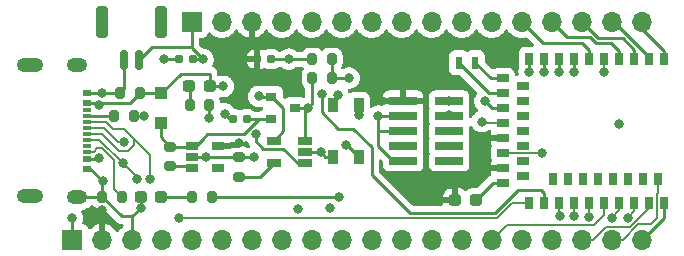
<source format=gbr>
%TF.GenerationSoftware,KiCad,Pcbnew,5.99.0-unknown-64afa3a42e~128~ubuntu20.04.1*%
%TF.CreationDate,2021-05-12T23:24:30+01:00*%
%TF.ProjectId,E73-nRF52840-BBoard,4537332d-6e52-4463-9532-3834302d4242,rev?*%
%TF.SameCoordinates,Original*%
%TF.FileFunction,Copper,L1,Top*%
%TF.FilePolarity,Positive*%
%FSLAX46Y46*%
G04 Gerber Fmt 4.6, Leading zero omitted, Abs format (unit mm)*
G04 Created by KiCad (PCBNEW 5.99.0-unknown-64afa3a42e~128~ubuntu20.04.1) date 2021-05-12 23:24:30*
%MOMM*%
%LPD*%
G01*
G04 APERTURE LIST*
G04 Aperture macros list*
%AMRoundRect*
0 Rectangle with rounded corners*
0 $1 Rounding radius*
0 $2 $3 $4 $5 $6 $7 $8 $9 X,Y pos of 4 corners*
0 Add a 4 corners polygon primitive as box body*
4,1,4,$2,$3,$4,$5,$6,$7,$8,$9,$2,$3,0*
0 Add four circle primitives for the rounded corners*
1,1,$1+$1,$2,$3*
1,1,$1+$1,$4,$5*
1,1,$1+$1,$6,$7*
1,1,$1+$1,$8,$9*
0 Add four rect primitives between the rounded corners*
20,1,$1+$1,$2,$3,$4,$5,0*
20,1,$1+$1,$4,$5,$6,$7,0*
20,1,$1+$1,$6,$7,$8,$9,0*
20,1,$1+$1,$8,$9,$2,$3,0*%
G04 Aperture macros list end*
%TA.AperFunction,SMDPad,CuDef*%
%ADD10R,0.850000X1.200000*%
%TD*%
%TA.AperFunction,SMDPad,CuDef*%
%ADD11RoundRect,0.200000X0.200000X0.275000X-0.200000X0.275000X-0.200000X-0.275000X0.200000X-0.275000X0*%
%TD*%
%TA.AperFunction,SMDPad,CuDef*%
%ADD12RoundRect,0.237500X0.287500X0.237500X-0.287500X0.237500X-0.287500X-0.237500X0.287500X-0.237500X0*%
%TD*%
%TA.AperFunction,SMDPad,CuDef*%
%ADD13R,1.000000X1.000000*%
%TD*%
%TA.AperFunction,SMDPad,CuDef*%
%ADD14R,0.600000X1.100000*%
%TD*%
%TA.AperFunction,SMDPad,CuDef*%
%ADD15R,0.650000X1.000000*%
%TD*%
%TA.AperFunction,SMDPad,CuDef*%
%ADD16R,1.000000X0.650000*%
%TD*%
%TA.AperFunction,ComponentPad*%
%ADD17R,1.000000X0.650000*%
%TD*%
%TA.AperFunction,ComponentPad*%
%ADD18R,0.650000X1.000000*%
%TD*%
%TA.AperFunction,SMDPad,CuDef*%
%ADD19RoundRect,0.155000X-0.212500X-0.155000X0.212500X-0.155000X0.212500X0.155000X-0.212500X0.155000X0*%
%TD*%
%TA.AperFunction,SMDPad,CuDef*%
%ADD20RoundRect,0.200000X-0.275000X0.200000X-0.275000X-0.200000X0.275000X-0.200000X0.275000X0.200000X0*%
%TD*%
%TA.AperFunction,SMDPad,CuDef*%
%ADD21R,0.900000X0.800000*%
%TD*%
%TA.AperFunction,SMDPad,CuDef*%
%ADD22RoundRect,0.237500X-0.287500X-0.237500X0.287500X-0.237500X0.287500X0.237500X-0.287500X0.237500X0*%
%TD*%
%TA.AperFunction,SMDPad,CuDef*%
%ADD23RoundRect,0.200000X-0.200000X-0.275000X0.200000X-0.275000X0.200000X0.275000X-0.200000X0.275000X0*%
%TD*%
%TA.AperFunction,SMDPad,CuDef*%
%ADD24RoundRect,0.150000X0.150000X0.700000X-0.150000X0.700000X-0.150000X-0.700000X0.150000X-0.700000X0*%
%TD*%
%TA.AperFunction,SMDPad,CuDef*%
%ADD25RoundRect,0.250000X0.250000X1.100000X-0.250000X1.100000X-0.250000X-1.100000X0.250000X-1.100000X0*%
%TD*%
%TA.AperFunction,SMDPad,CuDef*%
%ADD26R,1.220000X0.650000*%
%TD*%
%TA.AperFunction,SMDPad,CuDef*%
%ADD27RoundRect,0.155000X0.212500X0.155000X-0.212500X0.155000X-0.212500X-0.155000X0.212500X-0.155000X0*%
%TD*%
%TA.AperFunction,SMDPad,CuDef*%
%ADD28R,1.060000X0.650000*%
%TD*%
%TA.AperFunction,SMDPad,CuDef*%
%ADD29R,0.800000X0.540000*%
%TD*%
%TA.AperFunction,SMDPad,CuDef*%
%ADD30R,0.800000X0.300000*%
%TD*%
%TA.AperFunction,ComponentPad*%
%ADD31O,2.250000X1.250000*%
%TD*%
%TA.AperFunction,ComponentPad*%
%ADD32O,1.750000X1.250000*%
%TD*%
%TA.AperFunction,SMDPad,CuDef*%
%ADD33R,2.400000X0.740000*%
%TD*%
%TA.AperFunction,ComponentPad*%
%ADD34R,1.700000X1.700000*%
%TD*%
%TA.AperFunction,ComponentPad*%
%ADD35O,1.700000X1.700000*%
%TD*%
%TA.AperFunction,ViaPad*%
%ADD36C,0.800000*%
%TD*%
%TA.AperFunction,Conductor*%
%ADD37C,0.250000*%
%TD*%
%TA.AperFunction,Conductor*%
%ADD38C,0.150000*%
%TD*%
%TA.AperFunction,Conductor*%
%ADD39C,0.200000*%
%TD*%
G04 APERTURE END LIST*
D10*
%TO.P,SW1,1,1*%
%TO.N,GND*%
X102840000Y-63175000D03*
X102840000Y-58775000D03*
%TO.P,SW1,2,2*%
%TO.N,RESET*%
X104980000Y-63175000D03*
X104980000Y-58835000D03*
%TD*%
D11*
%TO.P,R4,1*%
%TO.N,CC2*%
X84925000Y-66600000D03*
%TO.P,R4,2*%
%TO.N,GND*%
X83275000Y-66600000D03*
%TD*%
D12*
%TO.P,L1,1*%
%TO.N,Net-(L1-Pad1)*%
X114900000Y-66850000D03*
%TO.P,L1,2*%
%TO.N,VCC*%
X113150000Y-66850000D03*
%TD*%
D11*
%TO.P,R5,1*%
%TO.N,/LED1*%
X92550000Y-66600000D03*
%TO.P,R5,2*%
%TO.N,Net-(D1-Pad2)*%
X90900000Y-66600000D03*
%TD*%
D13*
%TO.P,D3,1,K*%
%TO.N,Net-(C3-Pad1)*%
X88275000Y-60300000D03*
%TO.P,D3,2,A*%
%TO.N,VUSB*%
X88275000Y-57800000D03*
%TD*%
D14*
%TO.P,Y1,1,1*%
%TO.N,Net-(U1-Pad13)*%
X113450000Y-55225000D03*
%TO.P,Y1,2,2*%
%TO.N,Net-(U1-Pad11)*%
X114850000Y-55225000D03*
%TD*%
D11*
%TO.P,R6,1*%
%TO.N,Net-(R6-Pad1)*%
X92325000Y-58825000D03*
%TO.P,R6,2*%
%TO.N,Net-(D2-Pad1)*%
X90675000Y-58825000D03*
%TD*%
%TO.P,R3,1*%
%TO.N,BATTERY_PIN*%
X102725000Y-54925000D03*
%TO.P,R3,2*%
%TO.N,GND*%
X101075000Y-54925000D03*
%TD*%
D15*
%TO.P,U1,1,P1.11*%
%TO.N,/P1.11*%
X130850500Y-54881000D03*
%TO.P,U1,2,P1.10*%
%TO.N,/P1.10*%
X129580500Y-54881000D03*
%TO.P,U1,3,P0.03/AIN1*%
%TO.N,/P0.03*%
X128310500Y-54881000D03*
%TO.P,U1,4,P0.28/AIN4*%
%TO.N,/P0.28*%
X127040500Y-54881000D03*
%TO.P,U1,5,GND*%
%TO.N,GND*%
X125770500Y-54881000D03*
%TO.P,U1,6,P1.13*%
%TO.N,/P1.13*%
X124500500Y-54881000D03*
%TO.P,U1,7,P0.02/AIN0*%
%TO.N,/P0.02*%
X123230500Y-54881000D03*
%TO.P,U1,8,P0.29/AIN5*%
%TO.N,/P0.29*%
X121960500Y-54881000D03*
%TO.P,U1,9,P0.31/AIN7*%
%TO.N,/P0.31*%
X120690500Y-54881000D03*
%TO.P,U1,10,P0.30/AIN6*%
%TO.N,/P0.30*%
X119420500Y-54881000D03*
D16*
%TO.P,U1,11,P0.00/XL1*%
%TO.N,Net-(U1-Pad11)*%
X117201500Y-56530000D03*
D17*
%TO.P,U1,12,P0.26*%
%TO.N,/P0.26*%
X118912500Y-57167000D03*
D16*
%TO.P,U1,13,P0.01/XL2*%
%TO.N,Net-(U1-Pad13)*%
X117201500Y-57800000D03*
D17*
%TO.P,U1,14,P0.06*%
%TO.N,/P0.06*%
X118912500Y-58437000D03*
D16*
%TO.P,U1,15,P0.05/AIN3*%
%TO.N,/P0.05*%
X117201500Y-59070000D03*
D17*
%TO.P,U1,16,P0.08*%
%TO.N,/P0.08*%
X118912500Y-59707000D03*
D16*
%TO.P,U1,17,P1.09*%
%TO.N,/P1.09*%
X117201500Y-60340000D03*
D17*
%TO.P,U1,18,P0.04/AIN2*%
%TO.N,BATTERY_PIN*%
X118912500Y-60977000D03*
D16*
%TO.P,U1,19,VDD*%
%TO.N,VCC*%
X117201500Y-61610000D03*
D17*
%TO.P,U1,20,P0.12*%
%TO.N,/P0.12*%
X118912500Y-62247000D03*
D16*
%TO.P,U1,21,GND*%
%TO.N,GND*%
X117201500Y-62880000D03*
D17*
%TO.P,U1,22,P0.07*%
%TO.N,/LED1*%
X118912500Y-63517000D03*
D16*
%TO.P,U1,23,VDDH*%
%TO.N,VCC*%
X117201500Y-64150000D03*
D17*
%TO.P,U1,24,GND*%
%TO.N,GND*%
X118912500Y-64787000D03*
D16*
%TO.P,U1,25,DCCH*%
%TO.N,Net-(L1-Pad1)*%
X117201500Y-65420000D03*
D15*
%TO.P,U1,26,P0.18/RESET*%
%TO.N,RESET*%
X119420500Y-67119000D03*
%TO.P,U1,27,VBUS*%
%TO.N,VUSB*%
X120690500Y-67119000D03*
D18*
%TO.P,U1,28,P0.15*%
%TO.N,/P0.15*%
X121452500Y-65041000D03*
D15*
%TO.P,U1,29,USB_D-*%
%TO.N,D-*%
X121960500Y-67119000D03*
D18*
%TO.P,U1,30,P0.17*%
%TO.N,/P0.17*%
X122722500Y-65041000D03*
D15*
%TO.P,U1,31,USB_D+*%
%TO.N,D+*%
X123230500Y-67119000D03*
D18*
%TO.P,U1,32,P0.20*%
%TO.N,/P0.20*%
X123992500Y-65041000D03*
D15*
%TO.P,U1,33,P0.13*%
%TO.N,/P0.13*%
X124500500Y-67119000D03*
D18*
%TO.P,U1,34,P0.22*%
%TO.N,/P0.22*%
X125262500Y-65041000D03*
D15*
%TO.P,U1,35,P0.24*%
%TO.N,/P0.24*%
X125770500Y-67119000D03*
D18*
%TO.P,U1,36,P1.00*%
%TO.N,/P1.00*%
X126532500Y-65041000D03*
D15*
%TO.P,U1,37,SWDIO*%
%TO.N,SWDIO*%
X127040500Y-67119000D03*
D18*
%TO.P,U1,38,P1.02*%
%TO.N,/P1.02*%
X127802500Y-65041000D03*
D15*
%TO.P,U1,39,SWDCLK*%
%TO.N,SWDCLK*%
X128310500Y-67119000D03*
D18*
%TO.P,U1,40,P1.04*%
%TO.N,/P1.04*%
X129072500Y-65041000D03*
D15*
%TO.P,U1,41,P0.09/NFC1*%
%TO.N,/P0.09*%
X129580500Y-67119000D03*
D18*
%TO.P,U1,42,P1.06*%
%TO.N,/P1.06*%
X130342500Y-65041000D03*
D15*
%TO.P,U1,43,P0.10/NFC2*%
%TO.N,/P0.10*%
X130850500Y-67119000D03*
%TD*%
D19*
%TO.P,C1,1*%
%TO.N,GND*%
X89807500Y-54950000D03*
%TO.P,C1,2*%
%TO.N,VBAT*%
X90942500Y-54950000D03*
%TD*%
D20*
%TO.P,R8,1*%
%TO.N,Net-(C3-Pad1)*%
X89050000Y-62325000D03*
%TO.P,R8,2*%
%TO.N,Net-(R8-Pad2)*%
X89050000Y-63975000D03*
%TD*%
D21*
%TO.P,Q1,1,G*%
%TO.N,VUSB*%
X97600000Y-58100000D03*
%TO.P,Q1,2,S*%
%TO.N,Net-(C3-Pad1)*%
X97600000Y-60000000D03*
%TO.P,Q1,3,D*%
%TO.N,VBAT*%
X99600000Y-59050000D03*
%TD*%
D22*
%TO.P,D1,1,K*%
%TO.N,GND*%
X86525000Y-66600000D03*
%TO.P,D1,2,A*%
%TO.N,Net-(D1-Pad2)*%
X88275000Y-66600000D03*
%TD*%
D23*
%TO.P,R1,1*%
%TO.N,VBAT*%
X101075000Y-56525000D03*
%TO.P,R1,2*%
%TO.N,BATTERY_PIN*%
X102725000Y-56525000D03*
%TD*%
%TO.P,R2,1*%
%TO.N,CC1*%
X84275000Y-59750000D03*
%TO.P,R2,2*%
%TO.N,GND*%
X85925000Y-59750000D03*
%TD*%
D24*
%TO.P,J3,1,Pin_1*%
%TO.N,VBAT*%
X86375000Y-55000000D03*
%TO.P,J3,2,Pin_2*%
%TO.N,GND*%
X85125000Y-55000000D03*
D25*
%TO.P,J3,MP*%
%TO.N,N/C*%
X83275000Y-51800000D03*
X88225000Y-51800000D03*
%TD*%
D26*
%TO.P,U2,1,~CHRG*%
%TO.N,Net-(R6-Pad1)*%
X100410000Y-63750000D03*
%TO.P,U2,2,GND*%
%TO.N,GND*%
X100410000Y-62800000D03*
%TO.P,U2,3,BAT*%
%TO.N,VBAT*%
X100410000Y-61850000D03*
%TO.P,U2,4,VCC*%
%TO.N,VUSB*%
X97790000Y-61850000D03*
%TO.P,U2,5,PROG*%
%TO.N,Net-(R7-Pad2)*%
X97790000Y-63750000D03*
%TD*%
D22*
%TO.P,D2,1,K*%
%TO.N,Net-(D2-Pad1)*%
X90625000Y-57225000D03*
%TO.P,D2,2,A*%
%TO.N,VUSB*%
X92375000Y-57225000D03*
%TD*%
D27*
%TO.P,C3,1*%
%TO.N,Net-(C3-Pad1)*%
X95492500Y-60000000D03*
%TO.P,C3,2*%
%TO.N,GND*%
X94357500Y-60000000D03*
%TD*%
D28*
%TO.P,U3,1,VIN*%
%TO.N,Net-(C3-Pad1)*%
X90875000Y-62250000D03*
%TO.P,U3,2,GND*%
%TO.N,GND*%
X90875000Y-63200000D03*
%TO.P,U3,3,EN*%
%TO.N,Net-(R8-Pad2)*%
X90875000Y-64150000D03*
%TO.P,U3,4,NC*%
%TO.N,N/C*%
X93075000Y-64150000D03*
%TO.P,U3,5,VOUT*%
%TO.N,VCC*%
X93075000Y-62250000D03*
%TD*%
D29*
%TO.P,J2,A1,GND*%
%TO.N,GND*%
X82025000Y-57800000D03*
X82025000Y-64200000D03*
%TO.P,J2,A4,VBUS*%
%TO.N,VUSB*%
X82025000Y-58600000D03*
X82025000Y-63400000D03*
D30*
%TO.P,J2,A5,CC1*%
%TO.N,CC1*%
X82025000Y-59750000D03*
%TO.P,J2,A6,D+*%
%TO.N,D+*%
X82025000Y-60750000D03*
%TO.P,J2,A7,D-*%
%TO.N,D-*%
X82025000Y-61250000D03*
%TO.P,J2,A8*%
%TO.N,N/C*%
X82025000Y-62250000D03*
%TO.P,J2,B5,CC2*%
%TO.N,CC2*%
X82025000Y-62750000D03*
%TO.P,J2,B6,D+*%
%TO.N,D+*%
X82025000Y-61750000D03*
%TO.P,J2,B7,D-*%
%TO.N,D-*%
X82025000Y-60250000D03*
%TO.P,J2,B8*%
%TO.N,N/C*%
X82025000Y-59242000D03*
D31*
%TO.P,J2,S1,SHIELD*%
%TO.N,GND*%
X77125000Y-66550000D03*
D32*
X81125000Y-66600000D03*
X81125000Y-55424400D03*
D31*
X77125000Y-55400000D03*
%TD*%
D33*
%TO.P,J1,1,Pin_1*%
%TO.N,VCC*%
X108750000Y-58460000D03*
%TO.P,J1,2,Pin_2*%
%TO.N,SWDIO*%
X112650000Y-58460000D03*
%TO.P,J1,3,Pin_3*%
%TO.N,GND*%
X108750000Y-59730000D03*
%TO.P,J1,4,Pin_4*%
%TO.N,SWDCLK*%
X112650000Y-59730000D03*
%TO.P,J1,5,Pin_5*%
%TO.N,GND*%
X108750000Y-61000000D03*
%TO.P,J1,6,Pin_6*%
%TO.N,N/C*%
X112650000Y-61000000D03*
%TO.P,J1,7,Pin_7*%
X108750000Y-62270000D03*
%TO.P,J1,8,Pin_8*%
X112650000Y-62270000D03*
%TO.P,J1,9,Pin_9*%
%TO.N,GND*%
X108750000Y-63540000D03*
%TO.P,J1,10,Pin_10*%
%TO.N,N/C*%
X112650000Y-63540000D03*
%TD*%
D19*
%TO.P,C2,1*%
%TO.N,VCC*%
X96407500Y-54925000D03*
%TO.P,C2,2*%
%TO.N,GND*%
X97542500Y-54925000D03*
%TD*%
D20*
%TO.P,R7,1*%
%TO.N,GND*%
X94875000Y-63225000D03*
%TO.P,R7,2*%
%TO.N,Net-(R7-Pad2)*%
X94875000Y-64875000D03*
%TD*%
D34*
%TO.P,J5,1,Pin_1*%
%TO.N,VBAT*%
X90850000Y-51750000D03*
D35*
%TO.P,J5,2,Pin_2*%
%TO.N,GND*%
X93390000Y-51750000D03*
%TO.P,J5,3,Pin_3*%
%TO.N,VCC*%
X95930000Y-51750000D03*
%TO.P,J5,4,Pin_4*%
%TO.N,VUSB*%
X98470000Y-51750000D03*
%TO.P,J5,5,Pin_5*%
%TO.N,GND*%
X101010000Y-51750000D03*
%TO.P,J5,6,Pin_6*%
%TO.N,/P0.06*%
X103550000Y-51750000D03*
%TO.P,J5,7,Pin_7*%
%TO.N,/P0.26*%
X106090000Y-51750000D03*
%TO.P,J5,8,Pin_8*%
%TO.N,/P0.30*%
X108630000Y-51750000D03*
%TO.P,J5,9,Pin_9*%
%TO.N,/P0.31*%
X111170000Y-51750000D03*
%TO.P,J5,10,Pin_10*%
%TO.N,/P0.29*%
X113710000Y-51750000D03*
%TO.P,J5,11,Pin_11*%
%TO.N,/P0.02*%
X116250000Y-51750000D03*
%TO.P,J5,12,Pin_12*%
%TO.N,/P1.13*%
X118790000Y-51750000D03*
%TO.P,J5,13,Pin_13*%
%TO.N,/P0.28*%
X121330000Y-51750000D03*
%TO.P,J5,14,Pin_14*%
%TO.N,/P0.03*%
X123870000Y-51750000D03*
%TO.P,J5,15,Pin_15*%
%TO.N,/P1.10*%
X126410000Y-51750000D03*
%TO.P,J5,16,Pin_16*%
%TO.N,/P1.11*%
X128950000Y-51750000D03*
%TD*%
D34*
%TO.P,J4,1,Pin_1*%
%TO.N,RESET*%
X80750000Y-70225000D03*
D35*
%TO.P,J4,2,Pin_2*%
%TO.N,VCC*%
X83290000Y-70225000D03*
%TO.P,J4,3,Pin_3*%
%TO.N,GND*%
X85830000Y-70225000D03*
%TO.P,J4,4,Pin_4*%
%TO.N,/P0.05*%
X88370000Y-70225000D03*
%TO.P,J4,5,Pin_5*%
%TO.N,/P0.08*%
X90910000Y-70225000D03*
%TO.P,J4,6,Pin_6*%
%TO.N,/P1.09*%
X93450000Y-70225000D03*
%TO.P,J4,7,Pin_7*%
%TO.N,/P0.12*%
X95990000Y-70225000D03*
%TO.P,J4,8,Pin_8*%
%TO.N,/P0.15*%
X98530000Y-70225000D03*
%TO.P,J4,9,Pin_9*%
%TO.N,/P0.17*%
X101070000Y-70225000D03*
%TO.P,J4,10,Pin_10*%
%TO.N,/P0.20*%
X103610000Y-70225000D03*
%TO.P,J4,11,Pin_11*%
%TO.N,/P0.22*%
X106150000Y-70225000D03*
%TO.P,J4,12,Pin_12*%
%TO.N,/P1.00*%
X108690000Y-70225000D03*
%TO.P,J4,13,Pin_13*%
%TO.N,GND*%
X111230000Y-70225000D03*
%TO.P,J4,14,Pin_14*%
%TO.N,/P0.13*%
X113770000Y-70225000D03*
%TO.P,J4,15,Pin_15*%
%TO.N,/P0.24*%
X116310000Y-70225000D03*
%TO.P,J4,16,Pin_16*%
%TO.N,/P1.02*%
X118850000Y-70225000D03*
%TO.P,J4,17,Pin_17*%
%TO.N,/P1.04*%
X121390000Y-70225000D03*
%TO.P,J4,18,Pin_18*%
%TO.N,/P0.09*%
X123930000Y-70225000D03*
%TO.P,J4,19,Pin_19*%
%TO.N,/P1.06*%
X126470000Y-70225000D03*
%TO.P,J4,20,Pin_20*%
%TO.N,/P0.10*%
X129010000Y-70225000D03*
%TD*%
D11*
%TO.P,R9,1*%
%TO.N,VUSB*%
X86450000Y-57800000D03*
%TO.P,R9,2*%
%TO.N,GND*%
X84800000Y-57800000D03*
%TD*%
D36*
%TO.N,RESET*%
X103925000Y-62200000D03*
X105000000Y-59675000D03*
%TO.N,GND*%
X103225000Y-57925000D03*
X93650000Y-59550000D03*
X92025000Y-63225000D03*
X106650000Y-59750000D03*
X99075000Y-54925000D03*
X101800000Y-62800000D03*
X125775000Y-56000000D03*
X88525000Y-54950000D03*
X83300000Y-65225000D03*
X86850000Y-59750000D03*
X86525000Y-67550000D03*
X96150000Y-63225000D03*
X83225000Y-57800000D03*
X120525000Y-62900000D03*
%TO.N,VBAT*%
X100700000Y-59050000D03*
X91800000Y-54950000D03*
%TO.N,VCC*%
X94875000Y-62000000D03*
X106950000Y-58450000D03*
X83275000Y-67675000D03*
%TO.N,VUSB*%
X83040803Y-58782383D03*
X93525000Y-57225000D03*
X96525000Y-58075000D03*
X83038766Y-63275000D03*
X101850000Y-57900000D03*
%TO.N,SWDIO*%
X126425000Y-68350000D03*
X127050000Y-60425000D03*
X112650000Y-58475000D03*
%TO.N,SWDCLK*%
X112650000Y-59675000D03*
X127773769Y-68348769D03*
%TO.N,D+*%
X123225000Y-68225000D03*
X85025000Y-63750000D03*
X99875000Y-67650000D03*
X86200000Y-65050000D03*
X85125000Y-61925000D03*
%TO.N,D-*%
X102600000Y-67500000D03*
X122000000Y-68225000D03*
X87325000Y-65075000D03*
%TO.N,RESET*%
X80750000Y-68400000D03*
X89775000Y-68400000D03*
%TO.N,/P0.02*%
X123250000Y-55975000D03*
%TO.N,/P0.29*%
X121975000Y-55975000D03*
%TO.N,/P0.31*%
X120700000Y-55975000D03*
%TO.N,/P0.30*%
X119425000Y-55975000D03*
%TO.N,/P0.05*%
X115675000Y-58500000D03*
%TO.N,/LED1*%
X103300000Y-66600000D03*
%TO.N,BATTERY_PIN*%
X104175000Y-56525000D03*
%TO.N,Net-(R6-Pad1)*%
X96274799Y-61274799D03*
X92325000Y-59925000D03*
%TO.N,/P1.09*%
X115425000Y-60225000D03*
%TO.N,/P0.13*%
X124475000Y-68250000D03*
%TD*%
D37*
%TO.N,VUSB*%
X104500000Y-60800000D02*
X103255880Y-60800000D01*
X120690500Y-67119000D02*
X120690500Y-66265500D01*
X120425000Y-66000000D02*
X118500480Y-66000000D01*
X116550480Y-67950000D02*
X109300000Y-67950000D01*
X106075000Y-64725000D02*
X106075000Y-62375000D01*
X120690500Y-66265500D02*
X120425000Y-66000000D01*
X118500480Y-66000000D02*
X116550480Y-67950000D01*
X109300000Y-67950000D02*
X106075000Y-64725000D01*
X106075000Y-62375000D02*
X104500000Y-60800000D01*
X103255880Y-60800000D02*
X101850000Y-59394120D01*
X101850000Y-59394120D02*
X101850000Y-57900000D01*
%TO.N,RESET*%
X104980000Y-58835000D02*
X104980000Y-59655000D01*
X104980000Y-59655000D02*
X105000000Y-59675000D01*
X103925000Y-62200000D02*
X104005000Y-62200000D01*
X104005000Y-62200000D02*
X104980000Y-63175000D01*
%TO.N,GND*%
X102840000Y-58310000D02*
X103225000Y-57925000D01*
X102840000Y-58775000D02*
X102840000Y-58310000D01*
X102840000Y-63175000D02*
X102175000Y-63175000D01*
X102175000Y-63175000D02*
X101800000Y-62800000D01*
%TO.N,BATTERY_PIN*%
X102725000Y-56525000D02*
X104175000Y-56525000D01*
X102725000Y-54925000D02*
X102725000Y-56525000D01*
%TO.N,VBAT*%
X101075000Y-56525000D02*
X101075000Y-58675000D01*
%TO.N,GND*%
X99075000Y-54925000D02*
X101075000Y-54925000D01*
X97542500Y-54925000D02*
X99075000Y-54925000D01*
X106650000Y-62270000D02*
X106650000Y-61000000D01*
X83275000Y-66600000D02*
X84920000Y-68245000D01*
D38*
X120505000Y-62880000D02*
X120525000Y-62900000D01*
D37*
X108750000Y-63540000D02*
X107920000Y-63540000D01*
X108750000Y-59730000D02*
X106670000Y-59730000D01*
X83275000Y-65250000D02*
X83300000Y-65225000D01*
X92000000Y-63200000D02*
X92025000Y-63225000D01*
X85830000Y-68245000D02*
X85830000Y-70225000D01*
X86525000Y-67550000D02*
X85830000Y-68245000D01*
X94357500Y-60000000D02*
X94100000Y-60000000D01*
X106650000Y-61000000D02*
X106650000Y-59750000D01*
D38*
X125775000Y-56000000D02*
X125775000Y-54885500D01*
D37*
X85125000Y-55000000D02*
X85125000Y-57475000D01*
X86525000Y-66600000D02*
X86525000Y-67550000D01*
X106670000Y-59730000D02*
X106650000Y-59750000D01*
X101800000Y-62800000D02*
X100410000Y-62800000D01*
X88525000Y-54950000D02*
X89807500Y-54950000D01*
X90875000Y-63200000D02*
X92000000Y-63200000D01*
D38*
X125775000Y-54885500D02*
X125770500Y-54881000D01*
D37*
X82275000Y-64200000D02*
X83300000Y-65225000D01*
X84920000Y-68245000D02*
X85830000Y-68245000D01*
X92025000Y-63225000D02*
X94875000Y-63225000D01*
X83275000Y-66600000D02*
X83275000Y-65250000D01*
X85125000Y-57475000D02*
X84800000Y-57800000D01*
X94100000Y-60000000D02*
X93650000Y-59550000D01*
X81125000Y-66600000D02*
X83275000Y-66600000D01*
X86850000Y-59750000D02*
X85925000Y-59750000D01*
X94875000Y-63225000D02*
X96150000Y-63225000D01*
X83225000Y-57800000D02*
X84800000Y-57800000D01*
D38*
X117201500Y-62880000D02*
X120505000Y-62880000D01*
D37*
X82025000Y-64200000D02*
X82275000Y-64200000D01*
X108750000Y-61000000D02*
X106650000Y-61000000D01*
X82025000Y-57800000D02*
X83225000Y-57800000D01*
X107920000Y-63540000D02*
X106650000Y-62270000D01*
%TO.N,VBAT*%
X100410000Y-59340000D02*
X100700000Y-59050000D01*
X90942500Y-54950000D02*
X91800000Y-54950000D01*
X90850000Y-54000000D02*
X90850000Y-53900000D01*
X90850000Y-53900000D02*
X87475000Y-53900000D01*
X101075000Y-58675000D02*
X100700000Y-59050000D01*
X100410000Y-61850000D02*
X100410000Y-59340000D01*
X100700000Y-59050000D02*
X99600000Y-59050000D01*
X91800000Y-54950000D02*
X90850000Y-54000000D01*
X90850000Y-51750000D02*
X90850000Y-53900000D01*
X87475000Y-53900000D02*
X86375000Y-55000000D01*
%TO.N,VCC*%
X106950000Y-58450000D02*
X108740000Y-58450000D01*
X94625000Y-62250000D02*
X94875000Y-62000000D01*
X93075000Y-62250000D02*
X94625000Y-62250000D01*
X83275000Y-67600000D02*
X83290000Y-67615000D01*
X83290000Y-67690000D02*
X83290000Y-70225000D01*
X83290000Y-67815000D02*
X83275000Y-67800000D01*
X108740000Y-58450000D02*
X108750000Y-58460000D01*
X83275000Y-67675000D02*
X83290000Y-67690000D01*
%TO.N,Net-(C3-Pad1)*%
X89050000Y-62325000D02*
X90800000Y-62325000D01*
X95249511Y-61275489D02*
X96525000Y-60000000D01*
X95492500Y-60000000D02*
X96525000Y-60000000D01*
X92174511Y-61275489D02*
X95249511Y-61275489D01*
X96525000Y-60000000D02*
X97600000Y-60000000D01*
X90875000Y-62250000D02*
X91200000Y-62250000D01*
X91775000Y-61675000D02*
X92174511Y-61275489D01*
X91200000Y-62250000D02*
X91775000Y-61675000D01*
X88275000Y-61550000D02*
X89050000Y-62325000D01*
X90800000Y-62325000D02*
X90875000Y-62250000D01*
X88275000Y-60300000D02*
X88275000Y-61550000D01*
%TO.N,Net-(D1-Pad2)*%
X88275000Y-66600000D02*
X90900000Y-66600000D01*
%TO.N,Net-(D2-Pad1)*%
X90675000Y-58825000D02*
X90675000Y-57275000D01*
X90675000Y-57275000D02*
X90625000Y-57225000D01*
%TO.N,VUSB*%
X98600000Y-61040000D02*
X97790000Y-61850000D01*
X97600000Y-58100000D02*
X96550000Y-58100000D01*
X92375000Y-56150000D02*
X92375000Y-57225000D01*
X82025000Y-58600000D02*
X85650000Y-58600000D01*
X97650000Y-58100000D02*
X98600000Y-59050000D01*
X82025000Y-63400000D02*
X82867582Y-63400000D01*
X93525000Y-57225000D02*
X92375000Y-57225000D01*
X85650000Y-58600000D02*
X86450000Y-57800000D01*
X82025000Y-58600000D02*
X82858420Y-58600000D01*
X96550000Y-58100000D02*
X96525000Y-58075000D01*
X82858420Y-58600000D02*
X83040803Y-58782383D01*
X97600000Y-58100000D02*
X97650000Y-58100000D01*
X88275000Y-57800000D02*
X86450000Y-57800000D01*
X89925000Y-56150000D02*
X92375000Y-56150000D01*
X82867582Y-63400000D02*
X83038766Y-63228816D01*
X98600000Y-59050000D02*
X98600000Y-61040000D01*
X88275000Y-57800000D02*
X89925000Y-56150000D01*
D38*
%TO.N,SWDIO*%
X127040500Y-67119000D02*
X127040500Y-67734500D01*
D37*
X112650000Y-58460000D02*
X112650000Y-58475000D01*
D38*
X127040500Y-67734500D02*
X126425000Y-68350000D01*
D37*
X127050000Y-67109500D02*
X127040500Y-67119000D01*
D38*
%TO.N,SWDCLK*%
X128310500Y-67119000D02*
X128310500Y-67812038D01*
D37*
X128325000Y-67104500D02*
X128310500Y-67119000D01*
D38*
X128310500Y-67812038D02*
X127773769Y-68348769D01*
D37*
X112650000Y-59730000D02*
X112650000Y-59675000D01*
D39*
%TO.N,D+*%
X82025000Y-61750000D02*
X83025000Y-61750000D01*
D38*
X123230500Y-67119000D02*
X123230500Y-68219500D01*
D39*
X83450782Y-60750000D02*
X84625783Y-61925000D01*
X84625783Y-61925000D02*
X85125000Y-61925000D01*
D38*
X123230500Y-68219500D02*
X123225000Y-68225000D01*
D39*
X86200000Y-65050000D02*
X86025000Y-65050000D01*
X82025000Y-60750000D02*
X83450782Y-60750000D01*
X83025000Y-61750000D02*
X85025000Y-63750000D01*
X86200000Y-65050000D02*
X86200000Y-64925000D01*
X86200000Y-64925000D02*
X85025000Y-63750000D01*
X85025000Y-64025000D02*
X85175000Y-64025000D01*
X85000000Y-64025000D02*
X85025000Y-64025000D01*
D38*
%TO.N,D-*%
X121960500Y-68210500D02*
X122000000Y-68250000D01*
D39*
X87325000Y-65225000D02*
X87325000Y-65065723D01*
X87325000Y-63015723D02*
X85967139Y-61657861D01*
X85134277Y-60825000D02*
X84161500Y-60825000D01*
X87325000Y-65075000D02*
X87325000Y-63015723D01*
X87325000Y-63015723D02*
X85134277Y-60825000D01*
X85967139Y-62192138D02*
X85967139Y-61657861D01*
X83586500Y-60250000D02*
X82025000Y-60250000D01*
X84709465Y-62674511D02*
X85484766Y-62674511D01*
X82025000Y-61250000D02*
X83284954Y-61250000D01*
X84161500Y-60825000D02*
X83586500Y-60250000D01*
X83284954Y-61250000D02*
X84709465Y-62674511D01*
X85967139Y-61657861D02*
X85874511Y-61565234D01*
X85484766Y-62674511D02*
X85967139Y-62192138D01*
D38*
X121960500Y-67119000D02*
X121960500Y-68210500D01*
D37*
%TO.N,CC1*%
X82025000Y-59750000D02*
X84275000Y-59750000D01*
D38*
%TO.N,CC2*%
X84250000Y-65925000D02*
X84925000Y-66600000D01*
X82575000Y-62750000D02*
X82850000Y-62475000D01*
X83220348Y-62475000D02*
X84250000Y-63504652D01*
X82850000Y-62475000D02*
X83220348Y-62475000D01*
X84250000Y-63504652D02*
X84250000Y-65925000D01*
X82025000Y-62750000D02*
X82575000Y-62750000D01*
%TO.N,RESET*%
X89825480Y-68349520D02*
X89775000Y-68400000D01*
X116715966Y-68349520D02*
X117946486Y-67119000D01*
X119420500Y-67119000D02*
X119420500Y-66944000D01*
X117946486Y-67119000D02*
X119420500Y-67119000D01*
X116715966Y-68349520D02*
X89825480Y-68349520D01*
D37*
X80750000Y-68400000D02*
X80750000Y-70225000D01*
%TO.N,/P1.11*%
X128950000Y-52350000D02*
X128950000Y-51750000D01*
X130850500Y-54881000D02*
X130850500Y-54250500D01*
X130850500Y-54250500D02*
X128950000Y-52350000D01*
%TO.N,/P1.10*%
X126624500Y-51750000D02*
X129580500Y-54706000D01*
X129580500Y-54706000D02*
X129580500Y-54881000D01*
X126410000Y-51750000D02*
X126624500Y-51750000D01*
%TO.N,/P0.03*%
X128310500Y-54135500D02*
X128310500Y-54881000D01*
X127325000Y-53150000D02*
X128310500Y-54135500D01*
X125425000Y-53150000D02*
X127325000Y-53150000D01*
X123870000Y-51750000D02*
X125270000Y-53150000D01*
X125270000Y-53150000D02*
X127325000Y-53150000D01*
%TO.N,/P0.28*%
X127040500Y-54265500D02*
X126374520Y-53599520D01*
X122655000Y-53075000D02*
X121330000Y-51750000D01*
X124550000Y-53075000D02*
X122655000Y-53075000D01*
X127040500Y-54881000D02*
X127040500Y-54265500D01*
X126374520Y-53599520D02*
X125074520Y-53599520D01*
X122655000Y-53075000D02*
X122225000Y-52645000D01*
X125074520Y-53599520D02*
X124550000Y-53075000D01*
%TO.N,/P1.13*%
X124500500Y-54881000D02*
X124500500Y-54150500D01*
X123874520Y-53524520D02*
X120564520Y-53524520D01*
X120564520Y-53524520D02*
X118790000Y-51750000D01*
X124500500Y-54150500D02*
X123874520Y-53524520D01*
%TO.N,/P0.02*%
X123250000Y-54900500D02*
X123230500Y-54881000D01*
X123250000Y-55975000D02*
X123250000Y-54900500D01*
%TO.N,/P0.29*%
X121960500Y-54881000D02*
X121960500Y-55960500D01*
X121960500Y-55960500D02*
X121975000Y-55975000D01*
%TO.N,/P0.31*%
X120690500Y-55965500D02*
X120700000Y-55975000D01*
X120690500Y-54881000D02*
X120690500Y-55965500D01*
%TO.N,/P0.30*%
X119425000Y-55975000D02*
X119425000Y-54885500D01*
X119425000Y-54885500D02*
X119420500Y-54881000D01*
%TO.N,/P0.05*%
X117201500Y-59070000D02*
X116245000Y-59070000D01*
X116245000Y-59070000D02*
X115675000Y-58500000D01*
%TO.N,/P0.10*%
X130850500Y-68384500D02*
X129010000Y-70225000D01*
X130850500Y-67119000D02*
X130850500Y-68384500D01*
D38*
%TO.N,/P1.06*%
X130342500Y-66236902D02*
X130342500Y-65041000D01*
X127345723Y-70225000D02*
X128670723Y-68900000D01*
X130234913Y-66344489D02*
X130342500Y-66236902D01*
X130234913Y-68415087D02*
X130234913Y-67965087D01*
X128670723Y-68900000D02*
X129750000Y-68900000D01*
X130234913Y-68415087D02*
X130234913Y-66344489D01*
X129750000Y-68900000D02*
X130234913Y-68415087D01*
X126470000Y-70225000D02*
X127345723Y-70225000D01*
%TO.N,/P0.09*%
X129580500Y-67495927D02*
X129580500Y-67119000D01*
X124805723Y-70225000D02*
X125930723Y-69100000D01*
X127976427Y-69100000D02*
X129580500Y-67495927D01*
X125930723Y-69100000D02*
X127976427Y-69100000D01*
X123930000Y-70225000D02*
X124805723Y-70225000D01*
D37*
%TO.N,/LED1*%
X103300000Y-66600000D02*
X92550000Y-66600000D01*
%TO.N,Net-(L1-Pad1)*%
X117201500Y-65420000D02*
X116330000Y-65420000D01*
X116330000Y-65420000D02*
X114900000Y-66850000D01*
%TO.N,Net-(R6-Pad1)*%
X99840880Y-63750000D02*
X100410000Y-63750000D01*
X98590391Y-62499511D02*
X99840880Y-63750000D01*
X96920391Y-62499511D02*
X96274799Y-61853919D01*
X92325000Y-59925000D02*
X92325000Y-58825000D01*
X92325000Y-58825000D02*
X92325000Y-59300000D01*
X98590391Y-62499511D02*
X96920391Y-62499511D01*
X96274799Y-61853919D02*
X96274799Y-61274799D01*
%TO.N,Net-(R7-Pad2)*%
X96665000Y-64875000D02*
X97790000Y-63750000D01*
X94875000Y-64875000D02*
X96665000Y-64875000D01*
%TO.N,Net-(R8-Pad2)*%
X90700000Y-63975000D02*
X90875000Y-64150000D01*
X89050000Y-63975000D02*
X90700000Y-63975000D01*
%TO.N,Net-(U1-Pad11)*%
X117201500Y-56530000D02*
X116155000Y-56530000D01*
X116155000Y-56530000D02*
X114850000Y-55225000D01*
%TO.N,Net-(U1-Pad13)*%
X115990880Y-57800000D02*
X113450000Y-55259120D01*
X113450000Y-55259120D02*
X113450000Y-55225000D01*
X117201500Y-57800000D02*
X115990880Y-57800000D01*
D38*
%TO.N,/P1.09*%
X117201500Y-60340000D02*
X115540000Y-60340000D01*
X115540000Y-60340000D02*
X115425000Y-60225000D01*
%TO.N,/P0.13*%
X124500500Y-68224500D02*
X124475000Y-68250000D01*
X124500500Y-67119000D02*
X124500500Y-68224500D01*
%TO.N,/P0.24*%
X124875000Y-68975000D02*
X117560000Y-68975000D01*
X125770500Y-67119000D02*
X125770500Y-68079500D01*
X117560000Y-68975000D02*
X116310000Y-70225000D01*
X125770500Y-68079500D02*
X124875000Y-68975000D01*
%TD*%
%TA.AperFunction,Conductor*%
%TO.N,VCC*%
G36*
X82463724Y-67253502D02*
G01*
X82499442Y-67288132D01*
X82531596Y-67334915D01*
X82539796Y-67346846D01*
X82545466Y-67351898D01*
X82545467Y-67351899D01*
X82662123Y-67455836D01*
X82662125Y-67455838D01*
X82667796Y-67460890D01*
X82674505Y-67464442D01*
X82674509Y-67464445D01*
X82812589Y-67537555D01*
X82812592Y-67537556D01*
X82819304Y-67541110D01*
X82826673Y-67542961D01*
X82868588Y-67553489D01*
X82985575Y-67582874D01*
X82991338Y-67583237D01*
X82991341Y-67583237D01*
X82993530Y-67583375D01*
X82993546Y-67583376D01*
X82995525Y-67583500D01*
X83310406Y-67583500D01*
X83378527Y-67603502D01*
X83399501Y-67620405D01*
X84416609Y-68637513D01*
X84423969Y-68645601D01*
X84428027Y-68651995D01*
X84433804Y-68657420D01*
X84476878Y-68697869D01*
X84479720Y-68700624D01*
X84500034Y-68720938D01*
X84503445Y-68723583D01*
X84512465Y-68731287D01*
X84544699Y-68761557D01*
X84551643Y-68765374D01*
X84551645Y-68765376D01*
X84562453Y-68771318D01*
X84578977Y-68782172D01*
X84594977Y-68794583D01*
X84602248Y-68797730D01*
X84602249Y-68797730D01*
X84635551Y-68812141D01*
X84646207Y-68817362D01*
X84684952Y-68838662D01*
X84692635Y-68840634D01*
X84692636Y-68840635D01*
X84704568Y-68843699D01*
X84723272Y-68850103D01*
X84734585Y-68854999D01*
X84734592Y-68855001D01*
X84741864Y-68858148D01*
X84749688Y-68859387D01*
X84749691Y-68859388D01*
X84785535Y-68865065D01*
X84797156Y-68867472D01*
X84834218Y-68876987D01*
X84839975Y-68878465D01*
X84840531Y-68878500D01*
X84860452Y-68878500D01*
X84880162Y-68880051D01*
X84892114Y-68881944D01*
X84892115Y-68881944D01*
X84899944Y-68883184D01*
X84907836Y-68882438D01*
X84943582Y-68879059D01*
X84955440Y-68878500D01*
X84979537Y-68878500D01*
X85047658Y-68898502D01*
X85094151Y-68952158D01*
X85104255Y-69022432D01*
X85074761Y-69087012D01*
X85044902Y-69112219D01*
X85026631Y-69123306D01*
X85022601Y-69126803D01*
X84912739Y-69222136D01*
X84852492Y-69274415D01*
X84849109Y-69278541D01*
X84849105Y-69278545D01*
X84796903Y-69342211D01*
X84706304Y-69452705D01*
X84669842Y-69516760D01*
X84618760Y-69566066D01*
X84549130Y-69579928D01*
X84483059Y-69553945D01*
X84455820Y-69524795D01*
X84355218Y-69375366D01*
X84348557Y-69367080D01*
X84196830Y-69208030D01*
X84188873Y-69200990D01*
X84012523Y-69069782D01*
X84003486Y-69064178D01*
X83807550Y-68964559D01*
X83797699Y-68960559D01*
X83587778Y-68895378D01*
X83577396Y-68893095D01*
X83561959Y-68891049D01*
X83547792Y-68893246D01*
X83544000Y-68906430D01*
X83544000Y-70353000D01*
X83523998Y-70421121D01*
X83470342Y-70467614D01*
X83418000Y-70479000D01*
X83162000Y-70479000D01*
X83093879Y-70458998D01*
X83047386Y-70405342D01*
X83036000Y-70353000D01*
X83036000Y-68908717D01*
X83032027Y-68895186D01*
X83021420Y-68893661D01*
X82903554Y-68918391D01*
X82893358Y-68921451D01*
X82688932Y-69002182D01*
X82679396Y-69006916D01*
X82491486Y-69120942D01*
X82482896Y-69127206D01*
X82316884Y-69271264D01*
X82309472Y-69278886D01*
X82307513Y-69281276D01*
X82306431Y-69282014D01*
X82305749Y-69282715D01*
X82305606Y-69282576D01*
X82248855Y-69321273D01*
X82177885Y-69323209D01*
X82117135Y-69286468D01*
X82089178Y-69236888D01*
X82069635Y-69170330D01*
X82069634Y-69170328D01*
X82067096Y-69161684D01*
X82005713Y-69066171D01*
X81992949Y-69046309D01*
X81992947Y-69046306D01*
X81988077Y-69038729D01*
X81981267Y-69032828D01*
X81884431Y-68948918D01*
X81884428Y-68948916D01*
X81877619Y-68943016D01*
X81855731Y-68933020D01*
X81752864Y-68886042D01*
X81752863Y-68886042D01*
X81744670Y-68882300D01*
X81735755Y-68881018D01*
X81735754Y-68881018D01*
X81710262Y-68877353D01*
X81705449Y-68876661D01*
X81640868Y-68847168D01*
X81602484Y-68787442D01*
X81603547Y-68713007D01*
X81641498Y-68596206D01*
X81641498Y-68596205D01*
X81643538Y-68589927D01*
X81652122Y-68508260D01*
X81662810Y-68406565D01*
X81663500Y-68400000D01*
X81662081Y-68386500D01*
X81644228Y-68216637D01*
X81644228Y-68216636D01*
X81643538Y-68210073D01*
X81618126Y-68131861D01*
X81594677Y-68059695D01*
X81584524Y-68028446D01*
X81511962Y-67902765D01*
X81495224Y-67833770D01*
X81518444Y-67766678D01*
X81574252Y-67722791D01*
X81590319Y-67718075D01*
X81590285Y-67717960D01*
X81792049Y-67658769D01*
X81792051Y-67658768D01*
X81797802Y-67657081D01*
X81811846Y-67649848D01*
X81984733Y-67560806D01*
X81984736Y-67560804D01*
X81990064Y-67558060D01*
X82057616Y-67504997D01*
X82155415Y-67428176D01*
X82155420Y-67428172D01*
X82160132Y-67424470D01*
X82166048Y-67417653D01*
X82282911Y-67282979D01*
X82288169Y-67276920D01*
X82347923Y-67238579D01*
X82383335Y-67233500D01*
X82395603Y-67233500D01*
X82463724Y-67253502D01*
G37*
%TD.AperFunction*%
%TA.AperFunction,Conductor*%
G36*
X96126121Y-51516002D02*
G01*
X96172614Y-51569658D01*
X96184000Y-51622000D01*
X96184000Y-53069941D01*
X96188151Y-53084079D01*
X96198798Y-53085774D01*
X96202192Y-53085096D01*
X96413333Y-53023954D01*
X96423259Y-53020143D01*
X96621065Y-52924307D01*
X96630212Y-52918876D01*
X96809041Y-52791083D01*
X96817149Y-52784182D01*
X96971893Y-52628082D01*
X96978706Y-52619934D01*
X97097368Y-52450781D01*
X97152864Y-52406501D01*
X97223489Y-52399254D01*
X97286822Y-52431340D01*
X97311196Y-52462923D01*
X97329133Y-52495890D01*
X97331685Y-52500580D01*
X97474424Y-52681644D01*
X97478389Y-52685220D01*
X97641659Y-52832489D01*
X97641665Y-52832494D01*
X97645629Y-52836069D01*
X97650142Y-52838928D01*
X97650144Y-52838929D01*
X97711228Y-52877619D01*
X97840406Y-52959439D01*
X98053184Y-53048228D01*
X98058387Y-53049425D01*
X98058392Y-53049426D01*
X98272678Y-53098701D01*
X98272683Y-53098702D01*
X98277881Y-53099897D01*
X98283209Y-53100200D01*
X98283212Y-53100200D01*
X98433877Y-53108755D01*
X98508071Y-53112968D01*
X98513378Y-53112368D01*
X98513380Y-53112368D01*
X98687354Y-53092700D01*
X98737173Y-53087068D01*
X98742288Y-53085587D01*
X98742292Y-53085586D01*
X98867161Y-53049426D01*
X98958635Y-53022937D01*
X99166125Y-52922409D01*
X99170463Y-52919309D01*
X99170468Y-52919306D01*
X99349370Y-52791459D01*
X99353711Y-52788357D01*
X99516030Y-52624617D01*
X99519090Y-52620255D01*
X99519095Y-52620249D01*
X99637634Y-52451271D01*
X99693130Y-52406990D01*
X99763755Y-52399743D01*
X99827088Y-52431829D01*
X99851461Y-52463410D01*
X99871685Y-52500580D01*
X100014424Y-52681644D01*
X100018389Y-52685220D01*
X100181659Y-52832489D01*
X100181665Y-52832494D01*
X100185629Y-52836069D01*
X100190142Y-52838928D01*
X100190144Y-52838929D01*
X100251228Y-52877619D01*
X100380406Y-52959439D01*
X100593184Y-53048228D01*
X100598387Y-53049425D01*
X100598392Y-53049426D01*
X100812678Y-53098701D01*
X100812683Y-53098702D01*
X100817881Y-53099897D01*
X100823209Y-53100200D01*
X100823212Y-53100200D01*
X100973877Y-53108755D01*
X101048071Y-53112968D01*
X101053378Y-53112368D01*
X101053380Y-53112368D01*
X101227354Y-53092700D01*
X101277173Y-53087068D01*
X101282288Y-53085587D01*
X101282292Y-53085586D01*
X101407161Y-53049426D01*
X101498635Y-53022937D01*
X101706125Y-52922409D01*
X101710463Y-52919309D01*
X101710468Y-52919306D01*
X101889370Y-52791459D01*
X101893711Y-52788357D01*
X102056030Y-52624617D01*
X102059090Y-52620255D01*
X102059095Y-52620249D01*
X102177634Y-52451271D01*
X102233130Y-52406990D01*
X102303755Y-52399743D01*
X102367088Y-52431829D01*
X102391461Y-52463410D01*
X102411685Y-52500580D01*
X102554424Y-52681644D01*
X102558389Y-52685220D01*
X102721659Y-52832489D01*
X102721665Y-52832494D01*
X102725629Y-52836069D01*
X102730142Y-52838928D01*
X102730144Y-52838929D01*
X102791228Y-52877619D01*
X102920406Y-52959439D01*
X103133184Y-53048228D01*
X103138387Y-53049425D01*
X103138392Y-53049426D01*
X103352678Y-53098701D01*
X103352683Y-53098702D01*
X103357881Y-53099897D01*
X103363209Y-53100200D01*
X103363212Y-53100200D01*
X103513877Y-53108755D01*
X103588071Y-53112968D01*
X103593378Y-53112368D01*
X103593380Y-53112368D01*
X103767354Y-53092700D01*
X103817173Y-53087068D01*
X103822288Y-53085587D01*
X103822292Y-53085586D01*
X103947161Y-53049426D01*
X104038635Y-53022937D01*
X104246125Y-52922409D01*
X104250463Y-52919309D01*
X104250468Y-52919306D01*
X104429370Y-52791459D01*
X104433711Y-52788357D01*
X104596030Y-52624617D01*
X104599090Y-52620255D01*
X104599095Y-52620249D01*
X104717634Y-52451271D01*
X104773130Y-52406990D01*
X104843755Y-52399743D01*
X104907088Y-52431829D01*
X104931461Y-52463410D01*
X104951685Y-52500580D01*
X105094424Y-52681644D01*
X105098389Y-52685220D01*
X105261659Y-52832489D01*
X105261665Y-52832494D01*
X105265629Y-52836069D01*
X105270142Y-52838928D01*
X105270144Y-52838929D01*
X105331228Y-52877619D01*
X105460406Y-52959439D01*
X105673184Y-53048228D01*
X105678387Y-53049425D01*
X105678392Y-53049426D01*
X105892678Y-53098701D01*
X105892683Y-53098702D01*
X105897881Y-53099897D01*
X105903209Y-53100200D01*
X105903212Y-53100200D01*
X106053877Y-53108755D01*
X106128071Y-53112968D01*
X106133378Y-53112368D01*
X106133380Y-53112368D01*
X106307354Y-53092700D01*
X106357173Y-53087068D01*
X106362288Y-53085587D01*
X106362292Y-53085586D01*
X106487161Y-53049426D01*
X106578635Y-53022937D01*
X106786125Y-52922409D01*
X106790463Y-52919309D01*
X106790468Y-52919306D01*
X106969370Y-52791459D01*
X106973711Y-52788357D01*
X107136030Y-52624617D01*
X107139090Y-52620255D01*
X107139095Y-52620249D01*
X107257634Y-52451271D01*
X107313130Y-52406990D01*
X107383755Y-52399743D01*
X107447088Y-52431829D01*
X107471461Y-52463410D01*
X107491685Y-52500580D01*
X107634424Y-52681644D01*
X107638389Y-52685220D01*
X107801659Y-52832489D01*
X107801665Y-52832494D01*
X107805629Y-52836069D01*
X107810142Y-52838928D01*
X107810144Y-52838929D01*
X107871228Y-52877619D01*
X108000406Y-52959439D01*
X108213184Y-53048228D01*
X108218387Y-53049425D01*
X108218392Y-53049426D01*
X108432678Y-53098701D01*
X108432683Y-53098702D01*
X108437881Y-53099897D01*
X108443209Y-53100200D01*
X108443212Y-53100200D01*
X108593877Y-53108755D01*
X108668071Y-53112968D01*
X108673378Y-53112368D01*
X108673380Y-53112368D01*
X108847354Y-53092700D01*
X108897173Y-53087068D01*
X108902288Y-53085587D01*
X108902292Y-53085586D01*
X109027161Y-53049426D01*
X109118635Y-53022937D01*
X109326125Y-52922409D01*
X109330463Y-52919309D01*
X109330468Y-52919306D01*
X109509370Y-52791459D01*
X109513711Y-52788357D01*
X109676030Y-52624617D01*
X109679090Y-52620255D01*
X109679095Y-52620249D01*
X109797634Y-52451271D01*
X109853130Y-52406990D01*
X109923755Y-52399743D01*
X109987088Y-52431829D01*
X110011461Y-52463410D01*
X110031685Y-52500580D01*
X110174424Y-52681644D01*
X110178389Y-52685220D01*
X110341659Y-52832489D01*
X110341665Y-52832494D01*
X110345629Y-52836069D01*
X110350142Y-52838928D01*
X110350144Y-52838929D01*
X110411228Y-52877619D01*
X110540406Y-52959439D01*
X110753184Y-53048228D01*
X110758387Y-53049425D01*
X110758392Y-53049426D01*
X110972678Y-53098701D01*
X110972683Y-53098702D01*
X110977881Y-53099897D01*
X110983209Y-53100200D01*
X110983212Y-53100200D01*
X111133877Y-53108755D01*
X111208071Y-53112968D01*
X111213378Y-53112368D01*
X111213380Y-53112368D01*
X111387354Y-53092700D01*
X111437173Y-53087068D01*
X111442288Y-53085587D01*
X111442292Y-53085586D01*
X111567161Y-53049426D01*
X111658635Y-53022937D01*
X111866125Y-52922409D01*
X111870463Y-52919309D01*
X111870468Y-52919306D01*
X112049370Y-52791459D01*
X112053711Y-52788357D01*
X112216030Y-52624617D01*
X112219090Y-52620255D01*
X112219095Y-52620249D01*
X112337634Y-52451271D01*
X112393130Y-52406990D01*
X112463755Y-52399743D01*
X112527088Y-52431829D01*
X112551461Y-52463410D01*
X112571685Y-52500580D01*
X112714424Y-52681644D01*
X112718389Y-52685220D01*
X112881659Y-52832489D01*
X112881665Y-52832494D01*
X112885629Y-52836069D01*
X112890142Y-52838928D01*
X112890144Y-52838929D01*
X112951228Y-52877619D01*
X113080406Y-52959439D01*
X113293184Y-53048228D01*
X113298387Y-53049425D01*
X113298392Y-53049426D01*
X113512678Y-53098701D01*
X113512683Y-53098702D01*
X113517881Y-53099897D01*
X113523209Y-53100200D01*
X113523212Y-53100200D01*
X113673877Y-53108755D01*
X113748071Y-53112968D01*
X113753378Y-53112368D01*
X113753380Y-53112368D01*
X113927354Y-53092700D01*
X113977173Y-53087068D01*
X113982288Y-53085587D01*
X113982292Y-53085586D01*
X114107161Y-53049426D01*
X114198635Y-53022937D01*
X114406125Y-52922409D01*
X114410463Y-52919309D01*
X114410468Y-52919306D01*
X114589370Y-52791459D01*
X114593711Y-52788357D01*
X114756030Y-52624617D01*
X114759090Y-52620255D01*
X114759095Y-52620249D01*
X114877634Y-52451271D01*
X114933130Y-52406990D01*
X115003755Y-52399743D01*
X115067088Y-52431829D01*
X115091461Y-52463410D01*
X115111685Y-52500580D01*
X115254424Y-52681644D01*
X115258389Y-52685220D01*
X115421659Y-52832489D01*
X115421665Y-52832494D01*
X115425629Y-52836069D01*
X115430142Y-52838928D01*
X115430144Y-52838929D01*
X115491228Y-52877619D01*
X115620406Y-52959439D01*
X115833184Y-53048228D01*
X115838387Y-53049425D01*
X115838392Y-53049426D01*
X116052678Y-53098701D01*
X116052683Y-53098702D01*
X116057881Y-53099897D01*
X116063209Y-53100200D01*
X116063212Y-53100200D01*
X116213877Y-53108755D01*
X116288071Y-53112968D01*
X116293378Y-53112368D01*
X116293380Y-53112368D01*
X116467354Y-53092700D01*
X116517173Y-53087068D01*
X116522288Y-53085587D01*
X116522292Y-53085586D01*
X116647161Y-53049426D01*
X116738635Y-53022937D01*
X116946125Y-52922409D01*
X116950463Y-52919309D01*
X116950468Y-52919306D01*
X117129370Y-52791459D01*
X117133711Y-52788357D01*
X117296030Y-52624617D01*
X117299090Y-52620255D01*
X117299095Y-52620249D01*
X117417634Y-52451271D01*
X117473130Y-52406990D01*
X117543755Y-52399743D01*
X117607088Y-52431829D01*
X117631461Y-52463410D01*
X117651685Y-52500580D01*
X117794424Y-52681644D01*
X117798389Y-52685220D01*
X117961659Y-52832489D01*
X117961665Y-52832494D01*
X117965629Y-52836069D01*
X117970142Y-52838928D01*
X117970144Y-52838929D01*
X118031228Y-52877619D01*
X118160406Y-52959439D01*
X118373184Y-53048228D01*
X118378387Y-53049425D01*
X118378392Y-53049426D01*
X118592678Y-53098701D01*
X118592683Y-53098702D01*
X118597881Y-53099897D01*
X118603209Y-53100200D01*
X118603212Y-53100200D01*
X118753877Y-53108755D01*
X118828071Y-53112968D01*
X118833378Y-53112368D01*
X118833380Y-53112368D01*
X119007354Y-53092700D01*
X119057173Y-53087068D01*
X119062290Y-53085586D01*
X119062296Y-53085585D01*
X119120592Y-53068704D01*
X119191588Y-53068969D01*
X119244733Y-53100637D01*
X119796501Y-53652405D01*
X119830527Y-53714717D01*
X119825462Y-53785532D01*
X119782915Y-53842368D01*
X119716395Y-53867179D01*
X119707406Y-53867500D01*
X119095500Y-53867500D01*
X119022421Y-53872727D01*
X118969384Y-53888300D01*
X118890830Y-53911365D01*
X118890828Y-53911366D01*
X118882184Y-53913904D01*
X118874605Y-53918775D01*
X118766809Y-53988051D01*
X118766806Y-53988053D01*
X118759229Y-53992923D01*
X118753328Y-53999733D01*
X118669418Y-54096569D01*
X118669416Y-54096572D01*
X118663516Y-54103381D01*
X118659772Y-54111579D01*
X118624857Y-54188033D01*
X118602800Y-54236330D01*
X118601518Y-54245245D01*
X118601518Y-54245246D01*
X118582639Y-54376552D01*
X118582638Y-54376559D01*
X118582000Y-54381000D01*
X118582000Y-55381000D01*
X118587227Y-55454079D01*
X118598318Y-55491850D01*
X118602199Y-55505069D01*
X118602199Y-55576065D01*
X118596410Y-55591815D01*
X118593777Y-55597728D01*
X118590476Y-55603446D01*
X118588436Y-55609725D01*
X118588435Y-55609727D01*
X118534735Y-55775000D01*
X118531462Y-55785073D01*
X118530772Y-55791636D01*
X118530772Y-55791637D01*
X118516068Y-55931539D01*
X118511500Y-55975000D01*
X118512190Y-55981565D01*
X118527444Y-56126694D01*
X118531462Y-56164927D01*
X118533502Y-56171206D01*
X118534594Y-56176342D01*
X118529194Y-56247133D01*
X118486378Y-56303766D01*
X118415847Y-56328461D01*
X118414755Y-56328500D01*
X118412500Y-56328500D01*
X118410249Y-56328661D01*
X118349989Y-56332971D01*
X118280615Y-56317880D01*
X118230413Y-56267678D01*
X118215558Y-56209480D01*
X118215080Y-56209497D01*
X118215001Y-56207298D01*
X118215000Y-56207292D01*
X118215000Y-56205000D01*
X118209773Y-56131921D01*
X118168596Y-55991684D01*
X118118994Y-55914502D01*
X118094449Y-55876309D01*
X118094447Y-55876306D01*
X118089577Y-55868729D01*
X118073228Y-55854562D01*
X117985931Y-55778918D01*
X117985928Y-55778916D01*
X117979119Y-55773016D01*
X117913490Y-55743044D01*
X117854364Y-55716042D01*
X117854363Y-55716042D01*
X117846170Y-55712300D01*
X117837255Y-55711018D01*
X117837254Y-55711018D01*
X117705948Y-55692139D01*
X117705941Y-55692138D01*
X117701500Y-55691500D01*
X116701500Y-55691500D01*
X116628421Y-55696727D01*
X116553250Y-55718799D01*
X116496830Y-55735365D01*
X116496828Y-55735366D01*
X116488184Y-55737904D01*
X116480603Y-55742776D01*
X116480601Y-55742777D01*
X116433964Y-55772748D01*
X116365843Y-55792750D01*
X116297723Y-55772748D01*
X116276749Y-55755845D01*
X115700405Y-55179501D01*
X115666379Y-55117189D01*
X115663500Y-55090406D01*
X115663500Y-54675000D01*
X115658273Y-54601921D01*
X115631482Y-54510677D01*
X115619635Y-54470330D01*
X115619634Y-54470328D01*
X115617096Y-54461684D01*
X115592574Y-54423528D01*
X115542949Y-54346309D01*
X115542947Y-54346306D01*
X115538077Y-54338729D01*
X115529889Y-54331634D01*
X115434431Y-54248918D01*
X115434428Y-54248916D01*
X115427619Y-54243016D01*
X115415707Y-54237576D01*
X115302864Y-54186042D01*
X115302863Y-54186042D01*
X115294670Y-54182300D01*
X115285755Y-54181018D01*
X115285754Y-54181018D01*
X115154448Y-54162139D01*
X115154441Y-54162138D01*
X115150000Y-54161500D01*
X114550000Y-54161500D01*
X114476921Y-54166727D01*
X114423884Y-54182300D01*
X114345330Y-54205365D01*
X114345328Y-54205366D01*
X114336684Y-54207904D01*
X114329106Y-54212774D01*
X114329104Y-54212775D01*
X114215314Y-54285904D01*
X114147193Y-54305906D01*
X114079072Y-54285904D01*
X114064680Y-54275130D01*
X114060489Y-54271498D01*
X114027619Y-54243016D01*
X114015707Y-54237576D01*
X113902864Y-54186042D01*
X113902863Y-54186042D01*
X113894670Y-54182300D01*
X113885755Y-54181018D01*
X113885754Y-54181018D01*
X113754448Y-54162139D01*
X113754441Y-54162138D01*
X113750000Y-54161500D01*
X113150000Y-54161500D01*
X113076921Y-54166727D01*
X113023884Y-54182300D01*
X112945330Y-54205365D01*
X112945328Y-54205366D01*
X112936684Y-54207904D01*
X112929105Y-54212775D01*
X112821309Y-54282051D01*
X112821306Y-54282053D01*
X112813729Y-54286923D01*
X112807828Y-54293733D01*
X112723918Y-54390569D01*
X112723916Y-54390572D01*
X112718016Y-54397381D01*
X112714272Y-54405579D01*
X112697667Y-54441940D01*
X112657300Y-54530330D01*
X112656018Y-54539245D01*
X112656018Y-54539246D01*
X112637139Y-54670552D01*
X112637138Y-54670559D01*
X112636500Y-54675000D01*
X112636500Y-55775000D01*
X112641727Y-55848079D01*
X112656164Y-55897246D01*
X112674619Y-55960098D01*
X112682904Y-55988316D01*
X112698302Y-56012275D01*
X112757051Y-56103691D01*
X112757053Y-56103694D01*
X112761923Y-56111271D01*
X112768733Y-56117172D01*
X112865569Y-56201082D01*
X112865572Y-56201084D01*
X112872381Y-56206984D01*
X112880579Y-56210728D01*
X112988934Y-56260212D01*
X113005330Y-56267700D01*
X113014245Y-56268982D01*
X113014246Y-56268982D01*
X113145552Y-56287861D01*
X113145559Y-56287862D01*
X113150000Y-56288500D01*
X113531286Y-56288500D01*
X113599407Y-56308502D01*
X113620381Y-56325405D01*
X115004011Y-57709035D01*
X115038037Y-57771347D01*
X115032972Y-57842162D01*
X115008555Y-57882437D01*
X114935963Y-57963058D01*
X114888273Y-58045660D01*
X114859693Y-58095162D01*
X114840476Y-58128446D01*
X114829885Y-58161043D01*
X114786586Y-58294304D01*
X114781462Y-58310073D01*
X114761500Y-58500000D01*
X114762190Y-58506565D01*
X114776373Y-58641504D01*
X114781462Y-58689927D01*
X114783502Y-58696205D01*
X114783502Y-58696206D01*
X114800289Y-58747870D01*
X114840476Y-58871554D01*
X114843779Y-58877276D01*
X114843780Y-58877277D01*
X114858677Y-58903079D01*
X114935963Y-59036942D01*
X114940381Y-59041849D01*
X114940382Y-59041850D01*
X115054584Y-59168684D01*
X115063749Y-59178863D01*
X115069093Y-59182746D01*
X115074000Y-59187164D01*
X115073062Y-59188206D01*
X115111897Y-59238568D01*
X115117973Y-59309304D01*
X115084841Y-59372096D01*
X115045731Y-59399389D01*
X114974280Y-59431201D01*
X114974278Y-59431202D01*
X114968250Y-59433886D01*
X114962909Y-59437766D01*
X114962908Y-59437767D01*
X114819093Y-59542254D01*
X114819091Y-59542256D01*
X114813749Y-59546137D01*
X114809328Y-59551047D01*
X114809327Y-59551048D01*
X114734740Y-59633886D01*
X114685963Y-59688058D01*
X114610306Y-59819099D01*
X114598619Y-59839342D01*
X114547236Y-59888335D01*
X114477523Y-59901771D01*
X114411612Y-59875385D01*
X114370430Y-59817552D01*
X114363500Y-59776342D01*
X114363500Y-59360000D01*
X114358273Y-59286921D01*
X114317096Y-59146684D01*
X114313631Y-59141293D01*
X114303716Y-59072317D01*
X114313819Y-59037911D01*
X114338958Y-58982864D01*
X114342700Y-58974670D01*
X114345114Y-58957883D01*
X114362861Y-58834448D01*
X114362862Y-58834441D01*
X114363500Y-58830000D01*
X114363500Y-58090000D01*
X114358273Y-58016921D01*
X114326217Y-57907746D01*
X114319635Y-57885330D01*
X114319634Y-57885328D01*
X114317096Y-57876684D01*
X114269752Y-57803016D01*
X114242949Y-57761309D01*
X114242947Y-57761306D01*
X114238077Y-57753729D01*
X114216547Y-57735073D01*
X114134431Y-57663918D01*
X114134428Y-57663916D01*
X114127619Y-57658016D01*
X114077806Y-57635267D01*
X114002864Y-57601042D01*
X114002863Y-57601042D01*
X113994670Y-57597300D01*
X113985755Y-57596018D01*
X113985754Y-57596018D01*
X113854448Y-57577139D01*
X113854441Y-57577138D01*
X113850000Y-57576500D01*
X112805759Y-57576500D01*
X112779562Y-57573746D01*
X112751953Y-57567877D01*
X112751940Y-57567876D01*
X112745487Y-57566504D01*
X112554513Y-57566504D01*
X112548060Y-57567876D01*
X112548047Y-57567877D01*
X112520438Y-57573746D01*
X112494241Y-57576500D01*
X111450000Y-57576500D01*
X111376921Y-57581727D01*
X111326425Y-57596554D01*
X111245330Y-57620365D01*
X111245328Y-57620366D01*
X111236684Y-57622904D01*
X111217508Y-57635228D01*
X111121309Y-57697051D01*
X111121306Y-57697053D01*
X111113729Y-57701923D01*
X111107828Y-57708733D01*
X111023918Y-57805569D01*
X111023916Y-57805572D01*
X111018016Y-57812381D01*
X111014272Y-57820579D01*
X110965693Y-57926953D01*
X110957300Y-57945330D01*
X110956018Y-57954245D01*
X110956018Y-57954246D01*
X110937139Y-58085552D01*
X110937139Y-58085554D01*
X110936500Y-58090000D01*
X110936500Y-58830000D01*
X110941727Y-58903079D01*
X110982904Y-59043316D01*
X110986369Y-59048707D01*
X110996284Y-59117683D01*
X110986181Y-59152089D01*
X110972647Y-59181725D01*
X110957300Y-59215330D01*
X110956018Y-59224245D01*
X110956018Y-59224246D01*
X110937139Y-59355552D01*
X110937138Y-59355559D01*
X110936500Y-59360000D01*
X110936500Y-60100000D01*
X110941727Y-60173079D01*
X110982904Y-60313316D01*
X110986369Y-60318707D01*
X110996284Y-60387683D01*
X110986181Y-60422089D01*
X110964849Y-60468799D01*
X110957300Y-60485330D01*
X110956018Y-60494245D01*
X110956018Y-60494246D01*
X110937139Y-60625552D01*
X110937138Y-60625559D01*
X110936500Y-60630000D01*
X110936500Y-61370000D01*
X110941727Y-61443079D01*
X110982904Y-61583316D01*
X110986369Y-61588707D01*
X110996284Y-61657683D01*
X110986181Y-61692089D01*
X110978555Y-61708788D01*
X110957300Y-61755330D01*
X110956018Y-61764245D01*
X110956018Y-61764246D01*
X110937139Y-61895552D01*
X110937138Y-61895559D01*
X110936500Y-61900000D01*
X110936500Y-62640000D01*
X110941727Y-62713079D01*
X110982904Y-62853316D01*
X110986369Y-62858707D01*
X110996284Y-62927683D01*
X110986181Y-62962089D01*
X110965428Y-63007533D01*
X110957300Y-63025330D01*
X110956018Y-63034245D01*
X110956018Y-63034246D01*
X110937139Y-63165552D01*
X110937138Y-63165559D01*
X110936500Y-63170000D01*
X110936500Y-63910000D01*
X110941727Y-63983079D01*
X110961976Y-64052042D01*
X110978071Y-64106855D01*
X110982904Y-64123316D01*
X111006308Y-64159733D01*
X111057051Y-64238691D01*
X111057053Y-64238694D01*
X111061923Y-64246271D01*
X111068733Y-64252172D01*
X111165569Y-64336082D01*
X111165572Y-64336084D01*
X111172381Y-64341984D01*
X111180579Y-64345728D01*
X111289915Y-64395660D01*
X111305330Y-64402700D01*
X111314245Y-64403982D01*
X111314246Y-64403982D01*
X111445552Y-64422861D01*
X111445559Y-64422862D01*
X111450000Y-64423500D01*
X113850000Y-64423500D01*
X113923079Y-64418273D01*
X114010466Y-64392614D01*
X114054670Y-64379635D01*
X114054672Y-64379634D01*
X114063316Y-64377096D01*
X114135649Y-64330610D01*
X114178691Y-64302949D01*
X114178694Y-64302947D01*
X114186271Y-64298077D01*
X114212593Y-64267700D01*
X114276082Y-64194431D01*
X114276084Y-64194428D01*
X114281984Y-64187619D01*
X114297845Y-64152889D01*
X114338958Y-64062864D01*
X114338958Y-64062863D01*
X114342700Y-64054670D01*
X114346583Y-64027661D01*
X114362861Y-63914448D01*
X114362862Y-63914441D01*
X114363500Y-63910000D01*
X114363500Y-63170000D01*
X114358273Y-63096921D01*
X114317096Y-62956684D01*
X114313631Y-62951293D01*
X114303716Y-62882317D01*
X114313819Y-62847911D01*
X114338958Y-62792864D01*
X114342700Y-62784670D01*
X114351093Y-62726293D01*
X114362861Y-62644448D01*
X114362862Y-62644441D01*
X114363500Y-62640000D01*
X114363500Y-61900000D01*
X114358273Y-61826921D01*
X114317096Y-61686684D01*
X114313631Y-61681293D01*
X114303716Y-61612317D01*
X114313819Y-61577911D01*
X114338958Y-61522864D01*
X114342700Y-61514670D01*
X114347441Y-61481694D01*
X114362861Y-61374448D01*
X114362862Y-61374441D01*
X114363500Y-61370000D01*
X114363500Y-60673658D01*
X114383502Y-60605537D01*
X114437158Y-60559044D01*
X114507432Y-60548940D01*
X114572012Y-60578434D01*
X114598619Y-60610658D01*
X114685963Y-60761942D01*
X114690381Y-60766849D01*
X114690382Y-60766850D01*
X114727753Y-60808355D01*
X114813749Y-60903863D01*
X114819091Y-60907744D01*
X114819093Y-60907746D01*
X114960528Y-61010504D01*
X114968250Y-61016114D01*
X114974278Y-61018798D01*
X114974280Y-61018799D01*
X115136682Y-61091105D01*
X115142713Y-61093790D01*
X115210050Y-61108103D01*
X115323056Y-61132124D01*
X115323061Y-61132124D01*
X115329513Y-61133496D01*
X115520487Y-61133496D01*
X115526939Y-61132124D01*
X115526944Y-61132124D01*
X115639950Y-61108103D01*
X115707287Y-61093790D01*
X115713318Y-61091105D01*
X115875720Y-61018799D01*
X115875722Y-61018798D01*
X115881750Y-61016114D01*
X115976103Y-60947563D01*
X116050163Y-60923500D01*
X116112307Y-60923500D01*
X116180428Y-60943502D01*
X116226921Y-60997158D01*
X116237025Y-61067432D01*
X116226921Y-61101842D01*
X116213023Y-61132275D01*
X116207998Y-61149388D01*
X116189139Y-61280554D01*
X116188500Y-61289495D01*
X116188500Y-61337885D01*
X116192975Y-61353124D01*
X116194365Y-61354329D01*
X116202048Y-61356000D01*
X117329500Y-61356000D01*
X117397621Y-61376002D01*
X117444114Y-61429658D01*
X117455500Y-61482000D01*
X117455500Y-61738000D01*
X117435498Y-61806121D01*
X117381842Y-61852614D01*
X117329500Y-61864000D01*
X116206615Y-61864000D01*
X116191376Y-61868475D01*
X116190171Y-61869865D01*
X116188500Y-61877548D01*
X116188500Y-61932743D01*
X116188661Y-61937250D01*
X116193240Y-62001269D01*
X116195626Y-62014491D01*
X116232319Y-62139458D01*
X116239732Y-62155691D01*
X116252435Y-62175457D01*
X116272436Y-62243578D01*
X116261050Y-62295918D01*
X116233516Y-62356210D01*
X116208800Y-62410330D01*
X116207518Y-62419245D01*
X116207518Y-62419246D01*
X116188639Y-62550552D01*
X116188638Y-62550559D01*
X116188000Y-62555000D01*
X116188000Y-63205000D01*
X116193227Y-63278079D01*
X116195131Y-63284562D01*
X116224543Y-63384731D01*
X116234404Y-63418316D01*
X116239275Y-63425895D01*
X116252508Y-63446486D01*
X116272510Y-63514606D01*
X116261124Y-63566949D01*
X116213023Y-63672275D01*
X116207998Y-63689388D01*
X116189139Y-63820554D01*
X116188500Y-63829495D01*
X116188500Y-63877885D01*
X116192975Y-63893124D01*
X116194365Y-63894329D01*
X116202048Y-63896000D01*
X117329500Y-63896000D01*
X117397621Y-63916002D01*
X117444114Y-63969658D01*
X117455500Y-64022000D01*
X117455500Y-64278000D01*
X117435498Y-64346121D01*
X117381842Y-64392614D01*
X117329500Y-64404000D01*
X116206615Y-64404000D01*
X116191376Y-64408475D01*
X116190171Y-64409865D01*
X116188500Y-64417548D01*
X116188500Y-64472743D01*
X116188661Y-64477250D01*
X116193240Y-64541269D01*
X116195625Y-64554488D01*
X116225680Y-64656845D01*
X116225680Y-64727842D01*
X116187297Y-64787568D01*
X116151168Y-64809496D01*
X116130104Y-64817836D01*
X116118878Y-64821679D01*
X116084034Y-64831802D01*
X116084032Y-64831803D01*
X116076421Y-64834014D01*
X116064422Y-64841110D01*
X116058989Y-64844323D01*
X116041236Y-64853020D01*
X116022400Y-64860478D01*
X116012179Y-64867904D01*
X115986626Y-64886469D01*
X115976707Y-64892984D01*
X115943758Y-64912471D01*
X115943755Y-64912473D01*
X115938659Y-64915487D01*
X115938241Y-64915855D01*
X115924158Y-64929938D01*
X115909133Y-64942772D01*
X115892917Y-64954554D01*
X115879340Y-64970966D01*
X115864971Y-64988335D01*
X115856981Y-64997115D01*
X115024501Y-65829595D01*
X114962189Y-65863621D01*
X114935406Y-65866500D01*
X114569615Y-65866500D01*
X114565981Y-65866924D01*
X114565976Y-65866924D01*
X114447212Y-65880771D01*
X114439733Y-65881643D01*
X114432851Y-65884141D01*
X114397461Y-65896987D01*
X114276233Y-65940990D01*
X114130771Y-66036359D01*
X114125742Y-66041667D01*
X114125738Y-66041671D01*
X114114546Y-66053486D01*
X114053176Y-66089183D01*
X113982249Y-66086035D01*
X113936421Y-66058304D01*
X113892387Y-66016590D01*
X113880736Y-66007874D01*
X113743090Y-65927922D01*
X113729753Y-65922123D01*
X113576593Y-65875736D01*
X113563961Y-65873286D01*
X113496318Y-65867249D01*
X113490723Y-65867000D01*
X113422115Y-65867000D01*
X113406876Y-65871475D01*
X113405671Y-65872865D01*
X113404000Y-65880548D01*
X113404000Y-66978000D01*
X113383998Y-67046121D01*
X113330342Y-67092614D01*
X113278000Y-67104000D01*
X112135115Y-67104000D01*
X112119876Y-67108475D01*
X112118671Y-67109865D01*
X112117000Y-67117548D01*
X112117000Y-67126723D01*
X112117425Y-67134030D01*
X112122307Y-67175910D01*
X112110328Y-67245889D01*
X112062417Y-67298282D01*
X111997155Y-67316500D01*
X109614594Y-67316500D01*
X109546473Y-67296498D01*
X109525499Y-67279595D01*
X108805181Y-66559277D01*
X112117000Y-66559277D01*
X112117000Y-66577885D01*
X112121475Y-66593124D01*
X112122865Y-66594329D01*
X112130548Y-66596000D01*
X112877885Y-66596000D01*
X112893124Y-66591525D01*
X112894329Y-66590135D01*
X112896000Y-66582452D01*
X112896000Y-65885115D01*
X112891525Y-65869876D01*
X112890135Y-65868671D01*
X112882452Y-65867000D01*
X112823277Y-65867000D01*
X112815973Y-65867425D01*
X112697120Y-65881281D01*
X112682968Y-65884626D01*
X112533336Y-65938940D01*
X112520337Y-65945450D01*
X112387212Y-66032731D01*
X112376060Y-66042055D01*
X112266587Y-66157617D01*
X112257874Y-66169264D01*
X112177922Y-66306910D01*
X112172123Y-66320247D01*
X112125736Y-66473407D01*
X112123286Y-66486039D01*
X112117249Y-66553682D01*
X112117000Y-66559277D01*
X108805181Y-66559277D01*
X106745405Y-64499501D01*
X106711379Y-64437189D01*
X106708500Y-64410406D01*
X106708500Y-63528594D01*
X106728502Y-63460473D01*
X106782158Y-63413980D01*
X106852432Y-63403876D01*
X106917012Y-63433370D01*
X106923595Y-63439499D01*
X106999595Y-63515499D01*
X107033621Y-63577811D01*
X107036500Y-63604594D01*
X107036500Y-63910000D01*
X107041727Y-63983079D01*
X107061976Y-64052042D01*
X107078071Y-64106855D01*
X107082904Y-64123316D01*
X107106308Y-64159733D01*
X107157051Y-64238691D01*
X107157053Y-64238694D01*
X107161923Y-64246271D01*
X107168733Y-64252172D01*
X107265569Y-64336082D01*
X107265572Y-64336084D01*
X107272381Y-64341984D01*
X107280579Y-64345728D01*
X107389915Y-64395660D01*
X107405330Y-64402700D01*
X107414245Y-64403982D01*
X107414246Y-64403982D01*
X107545552Y-64422861D01*
X107545559Y-64422862D01*
X107550000Y-64423500D01*
X109950000Y-64423500D01*
X110023079Y-64418273D01*
X110110466Y-64392614D01*
X110154670Y-64379635D01*
X110154672Y-64379634D01*
X110163316Y-64377096D01*
X110235649Y-64330610D01*
X110278691Y-64302949D01*
X110278694Y-64302947D01*
X110286271Y-64298077D01*
X110312593Y-64267700D01*
X110376082Y-64194431D01*
X110376084Y-64194428D01*
X110381984Y-64187619D01*
X110397845Y-64152889D01*
X110438958Y-64062864D01*
X110438958Y-64062863D01*
X110442700Y-64054670D01*
X110446583Y-64027661D01*
X110462861Y-63914448D01*
X110462862Y-63914441D01*
X110463500Y-63910000D01*
X110463500Y-63170000D01*
X110458273Y-63096921D01*
X110417096Y-62956684D01*
X110413631Y-62951293D01*
X110403716Y-62882317D01*
X110413819Y-62847911D01*
X110438958Y-62792864D01*
X110442700Y-62784670D01*
X110451093Y-62726293D01*
X110462861Y-62644448D01*
X110462862Y-62644441D01*
X110463500Y-62640000D01*
X110463500Y-61900000D01*
X110458273Y-61826921D01*
X110417096Y-61686684D01*
X110413631Y-61681293D01*
X110403716Y-61612317D01*
X110413819Y-61577911D01*
X110438958Y-61522864D01*
X110442700Y-61514670D01*
X110447441Y-61481694D01*
X110462861Y-61374448D01*
X110462862Y-61374441D01*
X110463500Y-61370000D01*
X110463500Y-60630000D01*
X110458273Y-60556921D01*
X110417096Y-60416684D01*
X110413631Y-60411293D01*
X110403716Y-60342317D01*
X110413819Y-60307911D01*
X110438958Y-60252864D01*
X110442700Y-60244670D01*
X110446550Y-60217892D01*
X110462861Y-60104448D01*
X110462862Y-60104441D01*
X110463500Y-60100000D01*
X110463500Y-59360000D01*
X110458273Y-59286921D01*
X110417096Y-59146684D01*
X110413391Y-59140919D01*
X110403442Y-59071729D01*
X110413546Y-59037316D01*
X110438477Y-58982725D01*
X110443502Y-58965612D01*
X110462361Y-58834446D01*
X110463000Y-58825503D01*
X110463000Y-58732115D01*
X110458525Y-58716876D01*
X110457135Y-58715671D01*
X110449452Y-58714000D01*
X107055115Y-58714000D01*
X107039876Y-58718475D01*
X107038671Y-58719865D01*
X107037000Y-58727548D01*
X107037000Y-58747870D01*
X107016998Y-58815991D01*
X106963342Y-58862484D01*
X106893068Y-58872588D01*
X106884807Y-58871118D01*
X106843008Y-58862233D01*
X106751944Y-58842876D01*
X106751939Y-58842876D01*
X106745487Y-58841504D01*
X106554513Y-58841504D01*
X106548061Y-58842876D01*
X106548056Y-58842876D01*
X106461113Y-58861357D01*
X106367713Y-58881210D01*
X106361683Y-58883895D01*
X106361682Y-58883895D01*
X106199280Y-58956201D01*
X106199278Y-58956202D01*
X106193250Y-58958886D01*
X106160438Y-58982725D01*
X106118560Y-59013151D01*
X106051692Y-59037009D01*
X105982541Y-59020928D01*
X105933061Y-58970013D01*
X105918500Y-58911214D01*
X105918500Y-58235000D01*
X105913273Y-58161921D01*
X105893475Y-58094495D01*
X107037000Y-58094495D01*
X107037000Y-58187885D01*
X107041475Y-58203124D01*
X107042865Y-58204329D01*
X107050548Y-58206000D01*
X108477885Y-58206000D01*
X108493124Y-58201525D01*
X108494329Y-58200135D01*
X108496000Y-58192452D01*
X108496000Y-57595115D01*
X108494659Y-57590548D01*
X109004000Y-57590548D01*
X109004000Y-58187885D01*
X109008475Y-58203124D01*
X109009865Y-58204329D01*
X109017548Y-58206000D01*
X110444885Y-58206000D01*
X110460124Y-58201525D01*
X110461329Y-58200135D01*
X110463000Y-58192452D01*
X110463000Y-58092257D01*
X110462839Y-58087750D01*
X110458260Y-58023731D01*
X110455874Y-58010509D01*
X110419181Y-57885542D01*
X110411767Y-57869308D01*
X110342574Y-57761640D01*
X110330888Y-57748153D01*
X110234160Y-57664338D01*
X110219152Y-57654693D01*
X110102725Y-57601523D01*
X110085612Y-57596498D01*
X109954446Y-57577639D01*
X109945505Y-57577000D01*
X109022115Y-57577000D01*
X109006876Y-57581475D01*
X109005671Y-57582865D01*
X109004000Y-57590548D01*
X108494659Y-57590548D01*
X108491525Y-57579876D01*
X108490135Y-57578671D01*
X108482452Y-57577000D01*
X107552257Y-57577000D01*
X107547750Y-57577161D01*
X107483731Y-57581740D01*
X107470509Y-57584126D01*
X107345542Y-57620819D01*
X107329308Y-57628233D01*
X107221640Y-57697426D01*
X107208153Y-57709112D01*
X107124338Y-57805840D01*
X107114693Y-57820848D01*
X107061523Y-57937275D01*
X107056498Y-57954388D01*
X107037639Y-58085554D01*
X107037000Y-58094495D01*
X105893475Y-58094495D01*
X105872096Y-58021684D01*
X105823026Y-57945330D01*
X105797949Y-57906309D01*
X105797947Y-57906306D01*
X105793077Y-57898729D01*
X105786267Y-57892828D01*
X105689431Y-57808918D01*
X105689428Y-57808916D01*
X105682619Y-57803016D01*
X105673315Y-57798767D01*
X105557864Y-57746042D01*
X105557863Y-57746042D01*
X105549670Y-57742300D01*
X105540755Y-57741018D01*
X105540754Y-57741018D01*
X105409448Y-57722139D01*
X105409441Y-57722138D01*
X105405000Y-57721500D01*
X104555000Y-57721500D01*
X104481921Y-57726727D01*
X104428884Y-57742300D01*
X104350330Y-57765365D01*
X104350328Y-57765366D01*
X104341684Y-57767904D01*
X104334105Y-57772775D01*
X104303370Y-57792527D01*
X104235249Y-57812529D01*
X104167128Y-57792527D01*
X104120635Y-57738871D01*
X104115416Y-57725465D01*
X104114336Y-57722139D01*
X104086109Y-57635267D01*
X104074141Y-57598432D01*
X104072114Y-57527464D01*
X104108776Y-57466666D01*
X104172489Y-57435341D01*
X104193974Y-57433496D01*
X104270487Y-57433496D01*
X104276939Y-57432124D01*
X104276944Y-57432124D01*
X104388727Y-57408363D01*
X104457287Y-57393790D01*
X104476740Y-57385129D01*
X104625720Y-57318799D01*
X104625722Y-57318798D01*
X104631750Y-57316114D01*
X104637092Y-57312233D01*
X104780907Y-57207746D01*
X104780909Y-57207744D01*
X104786251Y-57203863D01*
X104822594Y-57163500D01*
X104909618Y-57066850D01*
X104909619Y-57066849D01*
X104914037Y-57061942D01*
X104982036Y-56944164D01*
X105006220Y-56902277D01*
X105006221Y-56902276D01*
X105009524Y-56896554D01*
X105068538Y-56714927D01*
X105072329Y-56678863D01*
X105087810Y-56531565D01*
X105088500Y-56525000D01*
X105075915Y-56405262D01*
X105069228Y-56341637D01*
X105069228Y-56341636D01*
X105068538Y-56335073D01*
X105062951Y-56317876D01*
X105027730Y-56209480D01*
X105009524Y-56153446D01*
X104914037Y-55988058D01*
X104906485Y-55979670D01*
X104790673Y-55851048D01*
X104790672Y-55851047D01*
X104786251Y-55846137D01*
X104780909Y-55842256D01*
X104780907Y-55842254D01*
X104637092Y-55737767D01*
X104637091Y-55737766D01*
X104631750Y-55733886D01*
X104625722Y-55731202D01*
X104625720Y-55731201D01*
X104463318Y-55658895D01*
X104463317Y-55658895D01*
X104457287Y-55656210D01*
X104332235Y-55629629D01*
X104276944Y-55617876D01*
X104276939Y-55617876D01*
X104270487Y-55616504D01*
X104079513Y-55616504D01*
X104073061Y-55617876D01*
X104073056Y-55617876D01*
X104017765Y-55629629D01*
X103892713Y-55656210D01*
X103886683Y-55658895D01*
X103886682Y-55658895D01*
X103724280Y-55731201D01*
X103724278Y-55731202D01*
X103718250Y-55733886D01*
X103712909Y-55737766D01*
X103712908Y-55737767D01*
X103712026Y-55738408D01*
X103711429Y-55738621D01*
X103707191Y-55741068D01*
X103706743Y-55740293D01*
X103645158Y-55762267D01*
X103576007Y-55746186D01*
X103526526Y-55695272D01*
X103512427Y-55625690D01*
X103526611Y-55577512D01*
X103529545Y-55571972D01*
X103553457Y-55526809D01*
X103587555Y-55462411D01*
X103587556Y-55462408D01*
X103591110Y-55455696D01*
X103632874Y-55289425D01*
X103633237Y-55283659D01*
X103633375Y-55281470D01*
X103633376Y-55281454D01*
X103633500Y-55279475D01*
X103633500Y-54608683D01*
X103617904Y-54479806D01*
X103557306Y-54319438D01*
X103522332Y-54268551D01*
X103464506Y-54184413D01*
X103464505Y-54184411D01*
X103460204Y-54178154D01*
X103442934Y-54162767D01*
X103337877Y-54069164D01*
X103337875Y-54069162D01*
X103332204Y-54064110D01*
X103325495Y-54060558D01*
X103325491Y-54060555D01*
X103187411Y-53987445D01*
X103187408Y-53987444D01*
X103180696Y-53983890D01*
X103014425Y-53942126D01*
X103008662Y-53941763D01*
X103008659Y-53941763D01*
X103006470Y-53941625D01*
X103006454Y-53941624D01*
X103004475Y-53941500D01*
X102483683Y-53941500D01*
X102354806Y-53957096D01*
X102194438Y-54017694D01*
X102188180Y-54021995D01*
X102064435Y-54107043D01*
X102053154Y-54114796D01*
X102048102Y-54120466D01*
X102048101Y-54120467D01*
X101996924Y-54177907D01*
X101936674Y-54215463D01*
X101865684Y-54214483D01*
X101810782Y-54178996D01*
X101810204Y-54178154D01*
X101796838Y-54166245D01*
X101687877Y-54069164D01*
X101687875Y-54069162D01*
X101682204Y-54064110D01*
X101675495Y-54060558D01*
X101675491Y-54060555D01*
X101537411Y-53987445D01*
X101537408Y-53987444D01*
X101530696Y-53983890D01*
X101364425Y-53942126D01*
X101358662Y-53941763D01*
X101358659Y-53941763D01*
X101356470Y-53941625D01*
X101356454Y-53941624D01*
X101354475Y-53941500D01*
X100833683Y-53941500D01*
X100704806Y-53957096D01*
X100544438Y-54017694D01*
X100538180Y-54021995D01*
X100414435Y-54107043D01*
X100403154Y-54114796D01*
X100398102Y-54120466D01*
X100398101Y-54120467D01*
X100375440Y-54145901D01*
X100289110Y-54242796D01*
X100288240Y-54242021D01*
X100238658Y-54281934D01*
X100190500Y-54291500D01*
X99783194Y-54291500D01*
X99715073Y-54271498D01*
X99695849Y-54255158D01*
X99695575Y-54255462D01*
X99690672Y-54251047D01*
X99686251Y-54246137D01*
X99680909Y-54242256D01*
X99680907Y-54242254D01*
X99537092Y-54137767D01*
X99537091Y-54137766D01*
X99531750Y-54133886D01*
X99525722Y-54131202D01*
X99525720Y-54131201D01*
X99363318Y-54058895D01*
X99363317Y-54058895D01*
X99357287Y-54056210D01*
X99263887Y-54036357D01*
X99176944Y-54017876D01*
X99176939Y-54017876D01*
X99170487Y-54016504D01*
X98979513Y-54016504D01*
X98973061Y-54017876D01*
X98973056Y-54017876D01*
X98886113Y-54036357D01*
X98792713Y-54056210D01*
X98786683Y-54058895D01*
X98786682Y-54058895D01*
X98624280Y-54131201D01*
X98624278Y-54131202D01*
X98618250Y-54133886D01*
X98612909Y-54137766D01*
X98612908Y-54137767D01*
X98469093Y-54242254D01*
X98469091Y-54242256D01*
X98463749Y-54246137D01*
X98459328Y-54251047D01*
X98454425Y-54255462D01*
X98453299Y-54254211D01*
X98400000Y-54287049D01*
X98366806Y-54291500D01*
X98263568Y-54291500D01*
X98195447Y-54271498D01*
X98179749Y-54259576D01*
X98174791Y-54255158D01*
X98160916Y-54242796D01*
X98142195Y-54226116D01*
X98142193Y-54226114D01*
X98136522Y-54221062D01*
X98129813Y-54217510D01*
X98129809Y-54217507D01*
X98001284Y-54149456D01*
X98001281Y-54149455D01*
X97994569Y-54145901D01*
X97838785Y-54106771D01*
X97834477Y-54106500D01*
X97288683Y-54106500D01*
X97170540Y-54120797D01*
X97163437Y-54123481D01*
X97159055Y-54125137D01*
X97020287Y-54177573D01*
X97019690Y-54175993D01*
X96959065Y-54188033D01*
X96911374Y-54173893D01*
X96866098Y-54149921D01*
X96852024Y-54144518D01*
X96709320Y-54108673D01*
X96698850Y-54107043D01*
X96697485Y-54107000D01*
X96679615Y-54107000D01*
X96664376Y-54111475D01*
X96663171Y-54112865D01*
X96661500Y-54120548D01*
X96661500Y-55724863D01*
X96665605Y-55738845D01*
X96678771Y-55740888D01*
X96771800Y-55729630D01*
X96786443Y-55726034D01*
X96929482Y-55671984D01*
X96930175Y-55673819D01*
X96989853Y-55661961D01*
X97037555Y-55676103D01*
X97090431Y-55704099D01*
X97246215Y-55743229D01*
X97250523Y-55743500D01*
X97796317Y-55743500D01*
X97914460Y-55729203D01*
X97922847Y-55726034D01*
X98057610Y-55675111D01*
X98064713Y-55672427D01*
X98197087Y-55581449D01*
X98198840Y-55583999D01*
X98250353Y-55559940D01*
X98269349Y-55558500D01*
X98366806Y-55558500D01*
X98434927Y-55578502D01*
X98454151Y-55594842D01*
X98454425Y-55594538D01*
X98459328Y-55598953D01*
X98463749Y-55603863D01*
X98469091Y-55607744D01*
X98469093Y-55607746D01*
X98603615Y-55705481D01*
X98618250Y-55716114D01*
X98624278Y-55718798D01*
X98624280Y-55718799D01*
X98786682Y-55791105D01*
X98792713Y-55793790D01*
X98883013Y-55812984D01*
X98973056Y-55832124D01*
X98973061Y-55832124D01*
X98979513Y-55833496D01*
X99170487Y-55833496D01*
X99176939Y-55832124D01*
X99176944Y-55832124D01*
X99266987Y-55812984D01*
X99357287Y-55793790D01*
X99363318Y-55791105D01*
X99525720Y-55718799D01*
X99525722Y-55718798D01*
X99531750Y-55716114D01*
X99546385Y-55705481D01*
X99680907Y-55607746D01*
X99680909Y-55607744D01*
X99686251Y-55603863D01*
X99690672Y-55598953D01*
X99695575Y-55594538D01*
X99696701Y-55595789D01*
X99750000Y-55562951D01*
X99783194Y-55558500D01*
X100195603Y-55558500D01*
X100263724Y-55578502D01*
X100299442Y-55613132D01*
X100328091Y-55654816D01*
X100350192Y-55722285D01*
X100332307Y-55790992D01*
X100318334Y-55809996D01*
X100289110Y-55842796D01*
X100285558Y-55849505D01*
X100285555Y-55849509D01*
X100214431Y-55983839D01*
X100208890Y-55994304D01*
X100167126Y-56160575D01*
X100166763Y-56166338D01*
X100166763Y-56166341D01*
X100166625Y-56168530D01*
X100166624Y-56168546D01*
X100166500Y-56170525D01*
X100166500Y-56841317D01*
X100182096Y-56970194D01*
X100242694Y-57130562D01*
X100246995Y-57136820D01*
X100334591Y-57264272D01*
X100339796Y-57271846D01*
X100345466Y-57276898D01*
X100345467Y-57276899D01*
X100399319Y-57324879D01*
X100436875Y-57385129D01*
X100441500Y-57418955D01*
X100441500Y-58073964D01*
X100421498Y-58142085D01*
X100367842Y-58188578D01*
X100297568Y-58198682D01*
X100263157Y-58188577D01*
X100202867Y-58161043D01*
X100202864Y-58161042D01*
X100194670Y-58157300D01*
X100185755Y-58156018D01*
X100185754Y-58156018D01*
X100054448Y-58137139D01*
X100054441Y-58137138D01*
X100050000Y-58136500D01*
X99150000Y-58136500D01*
X99076921Y-58141727D01*
X99008146Y-58161921D01*
X98945330Y-58180365D01*
X98945328Y-58180366D01*
X98936684Y-58182904D01*
X98929106Y-58187774D01*
X98929104Y-58187775D01*
X98834677Y-58248460D01*
X98766556Y-58268462D01*
X98698435Y-58248460D01*
X98677461Y-58231557D01*
X98600405Y-58154501D01*
X98566379Y-58092189D01*
X98563500Y-58065406D01*
X98563500Y-57700000D01*
X98558273Y-57626921D01*
X98517096Y-57486684D01*
X98458278Y-57395162D01*
X98442949Y-57371309D01*
X98442947Y-57371306D01*
X98438077Y-57363729D01*
X98393242Y-57324879D01*
X98334431Y-57273918D01*
X98334428Y-57273916D01*
X98327619Y-57268016D01*
X98250735Y-57232904D01*
X98202864Y-57211042D01*
X98202863Y-57211042D01*
X98194670Y-57207300D01*
X98185755Y-57206018D01*
X98185754Y-57206018D01*
X98054448Y-57187139D01*
X98054441Y-57187138D01*
X98050000Y-57186500D01*
X97150000Y-57186500D01*
X97076921Y-57191727D01*
X96939276Y-57232143D01*
X96868281Y-57232143D01*
X96852529Y-57226353D01*
X96813322Y-57208896D01*
X96813314Y-57208893D01*
X96807287Y-57206210D01*
X96713887Y-57186357D01*
X96626944Y-57167876D01*
X96626939Y-57167876D01*
X96620487Y-57166504D01*
X96429513Y-57166504D01*
X96423061Y-57167876D01*
X96423056Y-57167876D01*
X96336113Y-57186357D01*
X96242713Y-57206210D01*
X96236683Y-57208895D01*
X96236682Y-57208895D01*
X96074280Y-57281201D01*
X96074278Y-57281202D01*
X96068250Y-57283886D01*
X96062909Y-57287766D01*
X96062908Y-57287767D01*
X95919093Y-57392254D01*
X95919091Y-57392256D01*
X95913749Y-57396137D01*
X95909328Y-57401047D01*
X95909327Y-57401048D01*
X95850245Y-57466666D01*
X95785963Y-57538058D01*
X95748886Y-57602277D01*
X95693952Y-57697426D01*
X95690476Y-57703446D01*
X95675950Y-57748153D01*
X95645405Y-57842162D01*
X95631462Y-57885073D01*
X95630772Y-57891636D01*
X95630772Y-57891637D01*
X95618286Y-58010438D01*
X95611500Y-58075000D01*
X95612190Y-58081565D01*
X95628317Y-58235000D01*
X95631462Y-58264927D01*
X95633502Y-58271205D01*
X95633502Y-58271206D01*
X95665957Y-58371093D01*
X95690476Y-58446554D01*
X95693779Y-58452276D01*
X95693780Y-58452277D01*
X95717543Y-58493435D01*
X95785963Y-58611942D01*
X95790381Y-58616849D01*
X95790382Y-58616850D01*
X95908353Y-58747870D01*
X95913749Y-58753863D01*
X95919091Y-58757744D01*
X95919093Y-58757746D01*
X96048448Y-58851727D01*
X96068250Y-58866114D01*
X96074278Y-58868798D01*
X96074280Y-58868799D01*
X96207284Y-58928016D01*
X96242713Y-58943790D01*
X96331987Y-58962766D01*
X96423056Y-58982124D01*
X96423061Y-58982124D01*
X96429513Y-58983496D01*
X96620487Y-58983496D01*
X96626942Y-58982124D01*
X96626951Y-58982123D01*
X96766396Y-58952482D01*
X96837187Y-58957883D01*
X96893820Y-59000699D01*
X96918314Y-59067337D01*
X96902893Y-59136638D01*
X96860716Y-59181725D01*
X96824988Y-59204687D01*
X96813729Y-59211923D01*
X96718016Y-59322381D01*
X96715257Y-59319991D01*
X96674749Y-59355104D01*
X96622386Y-59366500D01*
X96603384Y-59366500D01*
X96592480Y-59365986D01*
X96585089Y-59364334D01*
X96577163Y-59364583D01*
X96577162Y-59364583D01*
X96518134Y-59366438D01*
X96514177Y-59366500D01*
X96213568Y-59366500D01*
X96145447Y-59346498D01*
X96129749Y-59334576D01*
X96092195Y-59301116D01*
X96092193Y-59301114D01*
X96086522Y-59296062D01*
X96079813Y-59292510D01*
X96079809Y-59292507D01*
X95951284Y-59224456D01*
X95951281Y-59224455D01*
X95944569Y-59220901D01*
X95788785Y-59181771D01*
X95784477Y-59181500D01*
X95238683Y-59181500D01*
X95120540Y-59195797D01*
X94970287Y-59252573D01*
X94969629Y-59250832D01*
X94909602Y-59262754D01*
X94861907Y-59248613D01*
X94816283Y-59224456D01*
X94816284Y-59224456D01*
X94809569Y-59220901D01*
X94653785Y-59181771D01*
X94649477Y-59181500D01*
X94559033Y-59181500D01*
X94490912Y-59161498D01*
X94449914Y-59118500D01*
X94425404Y-59076048D01*
X94389037Y-59013058D01*
X94354473Y-58974670D01*
X94265673Y-58876048D01*
X94265672Y-58876047D01*
X94261251Y-58871137D01*
X94255909Y-58867256D01*
X94255907Y-58867254D01*
X94112092Y-58762767D01*
X94112091Y-58762766D01*
X94106750Y-58758886D01*
X94100722Y-58756202D01*
X94100720Y-58756201D01*
X93938318Y-58683895D01*
X93938317Y-58683895D01*
X93932287Y-58681210D01*
X93838887Y-58661357D01*
X93751944Y-58642876D01*
X93751939Y-58642876D01*
X93745487Y-58641504D01*
X93554513Y-58641504D01*
X93548061Y-58642876D01*
X93548056Y-58642876D01*
X93385697Y-58677387D01*
X93314906Y-58671985D01*
X93258274Y-58629168D01*
X93233780Y-58562530D01*
X93233500Y-58554140D01*
X93233500Y-58508683D01*
X93217904Y-58379806D01*
X93179741Y-58278810D01*
X93174373Y-58208019D01*
X93208130Y-58145561D01*
X93270296Y-58111269D01*
X93323804Y-58111027D01*
X93423056Y-58132124D01*
X93423061Y-58132124D01*
X93429513Y-58133496D01*
X93620487Y-58133496D01*
X93626939Y-58132124D01*
X93626944Y-58132124D01*
X93713887Y-58113643D01*
X93807287Y-58093790D01*
X93813318Y-58091105D01*
X93975720Y-58018799D01*
X93975722Y-58018798D01*
X93981750Y-58016114D01*
X93989465Y-58010509D01*
X94130907Y-57907746D01*
X94130909Y-57907744D01*
X94136251Y-57903863D01*
X94153170Y-57885073D01*
X94259618Y-57766850D01*
X94259619Y-57766849D01*
X94264037Y-57761942D01*
X94359524Y-57596554D01*
X94412505Y-57433496D01*
X94416498Y-57421206D01*
X94416498Y-57421205D01*
X94418538Y-57414927D01*
X94422272Y-57379405D01*
X94437810Y-57231565D01*
X94438500Y-57225000D01*
X94427584Y-57121137D01*
X94419228Y-57041637D01*
X94419228Y-57041636D01*
X94418538Y-57035073D01*
X94413604Y-57019886D01*
X94372842Y-56894434D01*
X94359524Y-56853446D01*
X94351511Y-56839566D01*
X94319210Y-56783621D01*
X94264037Y-56688058D01*
X94207215Y-56624950D01*
X94140673Y-56551048D01*
X94140672Y-56551047D01*
X94136251Y-56546137D01*
X94130909Y-56542256D01*
X94130907Y-56542254D01*
X93987092Y-56437767D01*
X93987091Y-56437766D01*
X93981750Y-56433886D01*
X93975722Y-56431202D01*
X93975720Y-56431201D01*
X93813318Y-56358895D01*
X93813317Y-56358895D01*
X93807287Y-56356210D01*
X93701514Y-56333727D01*
X93626944Y-56317876D01*
X93626939Y-56317876D01*
X93620487Y-56316504D01*
X93429513Y-56316504D01*
X93423061Y-56317876D01*
X93423056Y-56317876D01*
X93348486Y-56333727D01*
X93242713Y-56356210D01*
X93236686Y-56358893D01*
X93236678Y-56358896D01*
X93198587Y-56375856D01*
X93128220Y-56385291D01*
X93084047Y-56369701D01*
X93071210Y-56362244D01*
X93022354Y-56310732D01*
X93008500Y-56253293D01*
X93008500Y-56221607D01*
X93010732Y-56197996D01*
X93010755Y-56197876D01*
X93012240Y-56190092D01*
X93008749Y-56134605D01*
X93008500Y-56126694D01*
X93008500Y-56110422D01*
X93006458Y-56094262D01*
X93005716Y-56086404D01*
X93005335Y-56080335D01*
X93002190Y-56030357D01*
X92999645Y-56022523D01*
X92994473Y-55999385D01*
X92993440Y-55991212D01*
X92990248Y-55983150D01*
X92972763Y-55938986D01*
X92970082Y-55931539D01*
X92964546Y-55914502D01*
X92952732Y-55878140D01*
X92948322Y-55871192D01*
X92937551Y-55850051D01*
X92934522Y-55842400D01*
X92912723Y-55812396D01*
X92901514Y-55796969D01*
X92897065Y-55790421D01*
X92871226Y-55749704D01*
X92871219Y-55749695D01*
X92866973Y-55743005D01*
X92860967Y-55737365D01*
X92845286Y-55719578D01*
X92845108Y-55719333D01*
X92845106Y-55719331D01*
X92840446Y-55712917D01*
X92834342Y-55707867D01*
X92834337Y-55707862D01*
X92797174Y-55677119D01*
X92791262Y-55671908D01*
X92750301Y-55633443D01*
X92743077Y-55629471D01*
X92723475Y-55616150D01*
X92717125Y-55610897D01*
X92666301Y-55586981D01*
X92659279Y-55583403D01*
X92638482Y-55571970D01*
X92588426Y-55521627D01*
X92573532Y-55452210D01*
X92590066Y-55398557D01*
X92631220Y-55327277D01*
X92631221Y-55327276D01*
X92634524Y-55321554D01*
X92675231Y-55196271D01*
X95541070Y-55196271D01*
X95545370Y-55231800D01*
X95548966Y-55246443D01*
X95600332Y-55382380D01*
X95607315Y-55395737D01*
X95689624Y-55515496D01*
X95699598Y-55526809D01*
X95808097Y-55623480D01*
X95820469Y-55632079D01*
X95948902Y-55700080D01*
X95962973Y-55705481D01*
X96105680Y-55741327D01*
X96116150Y-55742957D01*
X96117515Y-55743000D01*
X96135385Y-55743000D01*
X96150624Y-55738525D01*
X96151829Y-55737135D01*
X96153500Y-55729452D01*
X96153500Y-55197115D01*
X96149025Y-55181876D01*
X96147635Y-55180671D01*
X96139952Y-55179000D01*
X95557095Y-55179000D01*
X95543113Y-55183105D01*
X95541070Y-55196271D01*
X92675231Y-55196271D01*
X92680680Y-55179501D01*
X92691498Y-55146206D01*
X92691498Y-55146205D01*
X92693538Y-55139927D01*
X92702597Y-55053741D01*
X92712810Y-54956565D01*
X92713500Y-54950000D01*
X92693538Y-54760073D01*
X92658887Y-54653429D01*
X95540517Y-54653429D01*
X95541074Y-54667520D01*
X95549566Y-54671000D01*
X96135385Y-54671000D01*
X96150624Y-54666525D01*
X96151829Y-54665135D01*
X96153500Y-54657452D01*
X96153500Y-54125137D01*
X96149395Y-54111155D01*
X96136229Y-54109112D01*
X96043200Y-54120370D01*
X96028557Y-54123966D01*
X95892620Y-54175332D01*
X95879263Y-54182315D01*
X95759504Y-54264624D01*
X95748191Y-54274598D01*
X95651520Y-54383097D01*
X95642921Y-54395469D01*
X95574920Y-54523902D01*
X95569519Y-54537973D01*
X95540517Y-54653429D01*
X92658887Y-54653429D01*
X92634524Y-54578446D01*
X92606803Y-54530431D01*
X92567111Y-54461684D01*
X92539037Y-54413058D01*
X92524922Y-54397381D01*
X92415673Y-54276048D01*
X92415672Y-54276047D01*
X92411251Y-54271137D01*
X92405909Y-54267256D01*
X92405907Y-54267254D01*
X92262092Y-54162767D01*
X92262091Y-54162766D01*
X92256750Y-54158886D01*
X92250722Y-54156202D01*
X92250720Y-54156201D01*
X92088318Y-54083895D01*
X92088317Y-54083895D01*
X92082287Y-54081210D01*
X91985114Y-54060555D01*
X91901944Y-54042876D01*
X91901939Y-54042876D01*
X91895487Y-54041504D01*
X91839598Y-54041504D01*
X91771477Y-54021502D01*
X91750503Y-54004599D01*
X91520405Y-53774501D01*
X91486379Y-53712189D01*
X91483500Y-53685406D01*
X91483500Y-53239500D01*
X91503502Y-53171379D01*
X91557158Y-53124886D01*
X91609500Y-53113500D01*
X91700000Y-53113500D01*
X91773079Y-53108273D01*
X91865636Y-53081096D01*
X91904670Y-53069635D01*
X91904672Y-53069634D01*
X91913316Y-53067096D01*
X91980446Y-53023954D01*
X92028691Y-52992949D01*
X92028694Y-52992947D01*
X92036271Y-52988077D01*
X92061627Y-52958815D01*
X92126082Y-52884431D01*
X92126084Y-52884428D01*
X92131984Y-52877619D01*
X92192700Y-52744670D01*
X92193320Y-52740360D01*
X92230432Y-52682610D01*
X92295012Y-52653117D01*
X92365286Y-52663220D01*
X92397335Y-52684270D01*
X92565629Y-52836069D01*
X92570142Y-52838928D01*
X92570144Y-52838929D01*
X92631228Y-52877619D01*
X92760406Y-52959439D01*
X92973184Y-53048228D01*
X92978387Y-53049425D01*
X92978392Y-53049426D01*
X93192678Y-53098701D01*
X93192683Y-53098702D01*
X93197881Y-53099897D01*
X93203209Y-53100200D01*
X93203212Y-53100200D01*
X93353877Y-53108755D01*
X93428071Y-53112968D01*
X93433378Y-53112368D01*
X93433380Y-53112368D01*
X93607354Y-53092700D01*
X93657173Y-53087068D01*
X93662288Y-53085587D01*
X93662292Y-53085586D01*
X93787161Y-53049426D01*
X93878635Y-53022937D01*
X94086125Y-52922409D01*
X94090463Y-52919309D01*
X94090468Y-52919306D01*
X94269370Y-52791459D01*
X94273711Y-52788357D01*
X94436030Y-52624617D01*
X94526525Y-52495617D01*
X94557953Y-52450816D01*
X94613449Y-52406536D01*
X94684075Y-52399289D01*
X94747407Y-52431375D01*
X94771781Y-52462958D01*
X94789550Y-52495617D01*
X94795402Y-52504491D01*
X94931486Y-52677113D01*
X94938750Y-52684875D01*
X95101967Y-52832094D01*
X95110444Y-52838528D01*
X95296122Y-52956136D01*
X95305567Y-52961053D01*
X95508406Y-53045694D01*
X95518545Y-53048950D01*
X95658345Y-53081096D01*
X95672422Y-53080257D01*
X95676000Y-53070999D01*
X95676000Y-51622000D01*
X95696002Y-51553879D01*
X95749658Y-51507386D01*
X95802000Y-51496000D01*
X96058000Y-51496000D01*
X96126121Y-51516002D01*
G37*
%TD.AperFunction*%
%TA.AperFunction,Conductor*%
G36*
X95558685Y-61866150D02*
G01*
X95618302Y-61904703D01*
X95641439Y-61954593D01*
X95644160Y-61953802D01*
X95648407Y-61968418D01*
X95649811Y-61973252D01*
X95653821Y-61992615D01*
X95654249Y-61996000D01*
X95656359Y-62012707D01*
X95659275Y-62020072D01*
X95659276Y-62020076D01*
X95672636Y-62053820D01*
X95676480Y-62065047D01*
X95688813Y-62107497D01*
X95692851Y-62114325D01*
X95699122Y-62124930D01*
X95707818Y-62142681D01*
X95712357Y-62154145D01*
X95715277Y-62161519D01*
X95719938Y-62167934D01*
X95741264Y-62197286D01*
X95747783Y-62207210D01*
X95770285Y-62245260D01*
X95767952Y-62246639D01*
X95787928Y-62302616D01*
X95771851Y-62371768D01*
X95720940Y-62421251D01*
X95713384Y-62424921D01*
X95699290Y-62431196D01*
X95699284Y-62431200D01*
X95693250Y-62433886D01*
X95687903Y-62437771D01*
X95683836Y-62440119D01*
X95614841Y-62456858D01*
X95558026Y-62437558D01*
X95557204Y-62439110D01*
X95412411Y-62362445D01*
X95412408Y-62362444D01*
X95405696Y-62358890D01*
X95395027Y-62356210D01*
X95309709Y-62334780D01*
X95239425Y-62317126D01*
X95233662Y-62316763D01*
X95233659Y-62316763D01*
X95231470Y-62316625D01*
X95231454Y-62316624D01*
X95229475Y-62316500D01*
X94558683Y-62316500D01*
X94429806Y-62332096D01*
X94269438Y-62392694D01*
X94263180Y-62396995D01*
X94139730Y-62481840D01*
X94068363Y-62504000D01*
X92947000Y-62504000D01*
X92878879Y-62483998D01*
X92832386Y-62430342D01*
X92821000Y-62378000D01*
X92821000Y-62122000D01*
X92841002Y-62053879D01*
X92894658Y-62007386D01*
X92947000Y-61996000D01*
X94099885Y-61996000D01*
X94115124Y-61991525D01*
X94132383Y-61971607D01*
X94146425Y-61945892D01*
X94208738Y-61911868D01*
X94235519Y-61908989D01*
X95171127Y-61908989D01*
X95182031Y-61909503D01*
X95189422Y-61911155D01*
X95197348Y-61910906D01*
X95197349Y-61910906D01*
X95256377Y-61909051D01*
X95260334Y-61908989D01*
X95289089Y-61908989D01*
X95293356Y-61908450D01*
X95305198Y-61907517D01*
X95336846Y-61906522D01*
X95341471Y-61906377D01*
X95349394Y-61906128D01*
X95368845Y-61900477D01*
X95388206Y-61896467D01*
X95390931Y-61896123D01*
X95400441Y-61894922D01*
X95400444Y-61894921D01*
X95408299Y-61893929D01*
X95415664Y-61891013D01*
X95415668Y-61891012D01*
X95449412Y-61877652D01*
X95460640Y-61873808D01*
X95487689Y-61865949D01*
X95558685Y-61866150D01*
G37*
%TD.AperFunction*%
%TD*%
M02*

</source>
